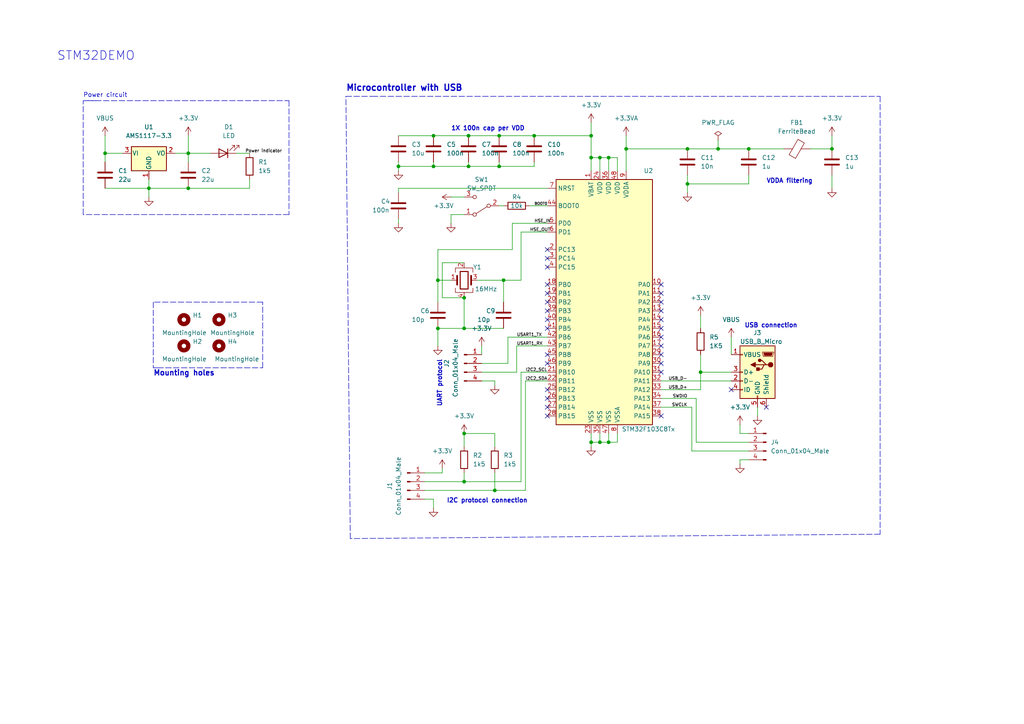
<source format=kicad_sch>
(kicad_sch (version 20211123) (generator eeschema)

  (uuid cc9c1e2d-f72d-4c0b-b8d4-61bec57d39f8)

  (paper "A4")

  (title_block
    (title "STM32_DEMO")
    (date "2023-04-23")
    (rev "v1")
    (comment 1 "Author :  LIpson")
  )

  (lib_symbols
    (symbol "Connector:Conn_01x04_Male" (pin_names (offset 1.016) hide) (in_bom yes) (on_board yes)
      (property "Reference" "J" (id 0) (at 0 5.08 0)
        (effects (font (size 1.27 1.27)))
      )
      (property "Value" "Conn_01x04_Male" (id 1) (at 0 -7.62 0)
        (effects (font (size 1.27 1.27)))
      )
      (property "Footprint" "" (id 2) (at 0 0 0)
        (effects (font (size 1.27 1.27)) hide)
      )
      (property "Datasheet" "~" (id 3) (at 0 0 0)
        (effects (font (size 1.27 1.27)) hide)
      )
      (property "ki_keywords" "connector" (id 4) (at 0 0 0)
        (effects (font (size 1.27 1.27)) hide)
      )
      (property "ki_description" "Generic connector, single row, 01x04, script generated (kicad-library-utils/schlib/autogen/connector/)" (id 5) (at 0 0 0)
        (effects (font (size 1.27 1.27)) hide)
      )
      (property "ki_fp_filters" "Connector*:*_1x??_*" (id 6) (at 0 0 0)
        (effects (font (size 1.27 1.27)) hide)
      )
      (symbol "Conn_01x04_Male_1_1"
        (polyline
          (pts
            (xy 1.27 -5.08)
            (xy 0.8636 -5.08)
          )
          (stroke (width 0.1524) (type default) (color 0 0 0 0))
          (fill (type none))
        )
        (polyline
          (pts
            (xy 1.27 -2.54)
            (xy 0.8636 -2.54)
          )
          (stroke (width 0.1524) (type default) (color 0 0 0 0))
          (fill (type none))
        )
        (polyline
          (pts
            (xy 1.27 0)
            (xy 0.8636 0)
          )
          (stroke (width 0.1524) (type default) (color 0 0 0 0))
          (fill (type none))
        )
        (polyline
          (pts
            (xy 1.27 2.54)
            (xy 0.8636 2.54)
          )
          (stroke (width 0.1524) (type default) (color 0 0 0 0))
          (fill (type none))
        )
        (rectangle (start 0.8636 -4.953) (end 0 -5.207)
          (stroke (width 0.1524) (type default) (color 0 0 0 0))
          (fill (type outline))
        )
        (rectangle (start 0.8636 -2.413) (end 0 -2.667)
          (stroke (width 0.1524) (type default) (color 0 0 0 0))
          (fill (type outline))
        )
        (rectangle (start 0.8636 0.127) (end 0 -0.127)
          (stroke (width 0.1524) (type default) (color 0 0 0 0))
          (fill (type outline))
        )
        (rectangle (start 0.8636 2.667) (end 0 2.413)
          (stroke (width 0.1524) (type default) (color 0 0 0 0))
          (fill (type outline))
        )
        (pin passive line (at 5.08 2.54 180) (length 3.81)
          (name "Pin_1" (effects (font (size 1.27 1.27))))
          (number "1" (effects (font (size 1.27 1.27))))
        )
        (pin passive line (at 5.08 0 180) (length 3.81)
          (name "Pin_2" (effects (font (size 1.27 1.27))))
          (number "2" (effects (font (size 1.27 1.27))))
        )
        (pin passive line (at 5.08 -2.54 180) (length 3.81)
          (name "Pin_3" (effects (font (size 1.27 1.27))))
          (number "3" (effects (font (size 1.27 1.27))))
        )
        (pin passive line (at 5.08 -5.08 180) (length 3.81)
          (name "Pin_4" (effects (font (size 1.27 1.27))))
          (number "4" (effects (font (size 1.27 1.27))))
        )
      )
    )
    (symbol "Connector:USB_B_Micro" (pin_names (offset 1.016)) (in_bom yes) (on_board yes)
      (property "Reference" "J" (id 0) (at -5.08 11.43 0)
        (effects (font (size 1.27 1.27)) (justify left))
      )
      (property "Value" "USB_B_Micro" (id 1) (at -5.08 8.89 0)
        (effects (font (size 1.27 1.27)) (justify left))
      )
      (property "Footprint" "" (id 2) (at 3.81 -1.27 0)
        (effects (font (size 1.27 1.27)) hide)
      )
      (property "Datasheet" "~" (id 3) (at 3.81 -1.27 0)
        (effects (font (size 1.27 1.27)) hide)
      )
      (property "ki_keywords" "connector USB micro" (id 4) (at 0 0 0)
        (effects (font (size 1.27 1.27)) hide)
      )
      (property "ki_description" "USB Micro Type B connector" (id 5) (at 0 0 0)
        (effects (font (size 1.27 1.27)) hide)
      )
      (property "ki_fp_filters" "USB*" (id 6) (at 0 0 0)
        (effects (font (size 1.27 1.27)) hide)
      )
      (symbol "USB_B_Micro_0_1"
        (rectangle (start -5.08 -7.62) (end 5.08 7.62)
          (stroke (width 0.254) (type default) (color 0 0 0 0))
          (fill (type background))
        )
        (circle (center -3.81 2.159) (radius 0.635)
          (stroke (width 0.254) (type default) (color 0 0 0 0))
          (fill (type outline))
        )
        (circle (center -0.635 3.429) (radius 0.381)
          (stroke (width 0.254) (type default) (color 0 0 0 0))
          (fill (type outline))
        )
        (rectangle (start -0.127 -7.62) (end 0.127 -6.858)
          (stroke (width 0) (type default) (color 0 0 0 0))
          (fill (type none))
        )
        (polyline
          (pts
            (xy -1.905 2.159)
            (xy 0.635 2.159)
          )
          (stroke (width 0.254) (type default) (color 0 0 0 0))
          (fill (type none))
        )
        (polyline
          (pts
            (xy -3.175 2.159)
            (xy -2.54 2.159)
            (xy -1.27 3.429)
            (xy -0.635 3.429)
          )
          (stroke (width 0.254) (type default) (color 0 0 0 0))
          (fill (type none))
        )
        (polyline
          (pts
            (xy -2.54 2.159)
            (xy -1.905 2.159)
            (xy -1.27 0.889)
            (xy 0 0.889)
          )
          (stroke (width 0.254) (type default) (color 0 0 0 0))
          (fill (type none))
        )
        (polyline
          (pts
            (xy 0.635 2.794)
            (xy 0.635 1.524)
            (xy 1.905 2.159)
            (xy 0.635 2.794)
          )
          (stroke (width 0.254) (type default) (color 0 0 0 0))
          (fill (type outline))
        )
        (polyline
          (pts
            (xy -4.318 5.588)
            (xy -1.778 5.588)
            (xy -2.032 4.826)
            (xy -4.064 4.826)
            (xy -4.318 5.588)
          )
          (stroke (width 0) (type default) (color 0 0 0 0))
          (fill (type outline))
        )
        (polyline
          (pts
            (xy -4.699 5.842)
            (xy -4.699 5.588)
            (xy -4.445 4.826)
            (xy -4.445 4.572)
            (xy -1.651 4.572)
            (xy -1.651 4.826)
            (xy -1.397 5.588)
            (xy -1.397 5.842)
            (xy -4.699 5.842)
          )
          (stroke (width 0) (type default) (color 0 0 0 0))
          (fill (type none))
        )
        (rectangle (start 0.254 1.27) (end -0.508 0.508)
          (stroke (width 0.254) (type default) (color 0 0 0 0))
          (fill (type outline))
        )
        (rectangle (start 5.08 -5.207) (end 4.318 -4.953)
          (stroke (width 0) (type default) (color 0 0 0 0))
          (fill (type none))
        )
        (rectangle (start 5.08 -2.667) (end 4.318 -2.413)
          (stroke (width 0) (type default) (color 0 0 0 0))
          (fill (type none))
        )
        (rectangle (start 5.08 -0.127) (end 4.318 0.127)
          (stroke (width 0) (type default) (color 0 0 0 0))
          (fill (type none))
        )
        (rectangle (start 5.08 4.953) (end 4.318 5.207)
          (stroke (width 0) (type default) (color 0 0 0 0))
          (fill (type none))
        )
      )
      (symbol "USB_B_Micro_1_1"
        (pin power_out line (at 7.62 5.08 180) (length 2.54)
          (name "VBUS" (effects (font (size 1.27 1.27))))
          (number "1" (effects (font (size 1.27 1.27))))
        )
        (pin bidirectional line (at 7.62 -2.54 180) (length 2.54)
          (name "D-" (effects (font (size 1.27 1.27))))
          (number "2" (effects (font (size 1.27 1.27))))
        )
        (pin bidirectional line (at 7.62 0 180) (length 2.54)
          (name "D+" (effects (font (size 1.27 1.27))))
          (number "3" (effects (font (size 1.27 1.27))))
        )
        (pin passive line (at 7.62 -5.08 180) (length 2.54)
          (name "ID" (effects (font (size 1.27 1.27))))
          (number "4" (effects (font (size 1.27 1.27))))
        )
        (pin power_out line (at 0 -10.16 90) (length 2.54)
          (name "GND" (effects (font (size 1.27 1.27))))
          (number "5" (effects (font (size 1.27 1.27))))
        )
        (pin passive line (at -2.54 -10.16 90) (length 2.54)
          (name "Shield" (effects (font (size 1.27 1.27))))
          (number "6" (effects (font (size 1.27 1.27))))
        )
      )
    )
    (symbol "Device:C" (pin_numbers hide) (pin_names (offset 0.254)) (in_bom yes) (on_board yes)
      (property "Reference" "C" (id 0) (at 0.635 2.54 0)
        (effects (font (size 1.27 1.27)) (justify left))
      )
      (property "Value" "C" (id 1) (at 0.635 -2.54 0)
        (effects (font (size 1.27 1.27)) (justify left))
      )
      (property "Footprint" "" (id 2) (at 0.9652 -3.81 0)
        (effects (font (size 1.27 1.27)) hide)
      )
      (property "Datasheet" "~" (id 3) (at 0 0 0)
        (effects (font (size 1.27 1.27)) hide)
      )
      (property "ki_keywords" "cap capacitor" (id 4) (at 0 0 0)
        (effects (font (size 1.27 1.27)) hide)
      )
      (property "ki_description" "Unpolarized capacitor" (id 5) (at 0 0 0)
        (effects (font (size 1.27 1.27)) hide)
      )
      (property "ki_fp_filters" "C_*" (id 6) (at 0 0 0)
        (effects (font (size 1.27 1.27)) hide)
      )
      (symbol "C_0_1"
        (polyline
          (pts
            (xy -2.032 -0.762)
            (xy 2.032 -0.762)
          )
          (stroke (width 0.508) (type default) (color 0 0 0 0))
          (fill (type none))
        )
        (polyline
          (pts
            (xy -2.032 0.762)
            (xy 2.032 0.762)
          )
          (stroke (width 0.508) (type default) (color 0 0 0 0))
          (fill (type none))
        )
      )
      (symbol "C_1_1"
        (pin passive line (at 0 3.81 270) (length 2.794)
          (name "~" (effects (font (size 1.27 1.27))))
          (number "1" (effects (font (size 1.27 1.27))))
        )
        (pin passive line (at 0 -3.81 90) (length 2.794)
          (name "~" (effects (font (size 1.27 1.27))))
          (number "2" (effects (font (size 1.27 1.27))))
        )
      )
    )
    (symbol "Device:Crystal_GND24" (pin_names (offset 1.016) hide) (in_bom yes) (on_board yes)
      (property "Reference" "Y" (id 0) (at 3.175 5.08 0)
        (effects (font (size 1.27 1.27)) (justify left))
      )
      (property "Value" "Crystal_GND24" (id 1) (at 3.175 3.175 0)
        (effects (font (size 1.27 1.27)) (justify left))
      )
      (property "Footprint" "" (id 2) (at 0 0 0)
        (effects (font (size 1.27 1.27)) hide)
      )
      (property "Datasheet" "~" (id 3) (at 0 0 0)
        (effects (font (size 1.27 1.27)) hide)
      )
      (property "ki_keywords" "quartz ceramic resonator oscillator" (id 4) (at 0 0 0)
        (effects (font (size 1.27 1.27)) hide)
      )
      (property "ki_description" "Four pin crystal, GND on pins 2 and 4" (id 5) (at 0 0 0)
        (effects (font (size 1.27 1.27)) hide)
      )
      (property "ki_fp_filters" "Crystal*" (id 6) (at 0 0 0)
        (effects (font (size 1.27 1.27)) hide)
      )
      (symbol "Crystal_GND24_0_1"
        (rectangle (start -1.143 2.54) (end 1.143 -2.54)
          (stroke (width 0.3048) (type default) (color 0 0 0 0))
          (fill (type none))
        )
        (polyline
          (pts
            (xy -2.54 0)
            (xy -2.032 0)
          )
          (stroke (width 0) (type default) (color 0 0 0 0))
          (fill (type none))
        )
        (polyline
          (pts
            (xy -2.032 -1.27)
            (xy -2.032 1.27)
          )
          (stroke (width 0.508) (type default) (color 0 0 0 0))
          (fill (type none))
        )
        (polyline
          (pts
            (xy 0 -3.81)
            (xy 0 -3.556)
          )
          (stroke (width 0) (type default) (color 0 0 0 0))
          (fill (type none))
        )
        (polyline
          (pts
            (xy 0 3.556)
            (xy 0 3.81)
          )
          (stroke (width 0) (type default) (color 0 0 0 0))
          (fill (type none))
        )
        (polyline
          (pts
            (xy 2.032 -1.27)
            (xy 2.032 1.27)
          )
          (stroke (width 0.508) (type default) (color 0 0 0 0))
          (fill (type none))
        )
        (polyline
          (pts
            (xy 2.032 0)
            (xy 2.54 0)
          )
          (stroke (width 0) (type default) (color 0 0 0 0))
          (fill (type none))
        )
        (polyline
          (pts
            (xy -2.54 -2.286)
            (xy -2.54 -3.556)
            (xy 2.54 -3.556)
            (xy 2.54 -2.286)
          )
          (stroke (width 0) (type default) (color 0 0 0 0))
          (fill (type none))
        )
        (polyline
          (pts
            (xy -2.54 2.286)
            (xy -2.54 3.556)
            (xy 2.54 3.556)
            (xy 2.54 2.286)
          )
          (stroke (width 0) (type default) (color 0 0 0 0))
          (fill (type none))
        )
      )
      (symbol "Crystal_GND24_1_1"
        (pin passive line (at -3.81 0 0) (length 1.27)
          (name "1" (effects (font (size 1.27 1.27))))
          (number "1" (effects (font (size 1.27 1.27))))
        )
        (pin passive line (at 0 5.08 270) (length 1.27)
          (name "2" (effects (font (size 1.27 1.27))))
          (number "2" (effects (font (size 1.27 1.27))))
        )
        (pin passive line (at 3.81 0 180) (length 1.27)
          (name "3" (effects (font (size 1.27 1.27))))
          (number "3" (effects (font (size 1.27 1.27))))
        )
        (pin passive line (at 0 -5.08 90) (length 1.27)
          (name "4" (effects (font (size 1.27 1.27))))
          (number "4" (effects (font (size 1.27 1.27))))
        )
      )
    )
    (symbol "Device:FerriteBead" (pin_numbers hide) (pin_names (offset 0)) (in_bom yes) (on_board yes)
      (property "Reference" "FB" (id 0) (at -3.81 0.635 90)
        (effects (font (size 1.27 1.27)))
      )
      (property "Value" "FerriteBead" (id 1) (at 3.81 0 90)
        (effects (font (size 1.27 1.27)))
      )
      (property "Footprint" "" (id 2) (at -1.778 0 90)
        (effects (font (size 1.27 1.27)) hide)
      )
      (property "Datasheet" "~" (id 3) (at 0 0 0)
        (effects (font (size 1.27 1.27)) hide)
      )
      (property "ki_keywords" "L ferrite bead inductor filter" (id 4) (at 0 0 0)
        (effects (font (size 1.27 1.27)) hide)
      )
      (property "ki_description" "Ferrite bead" (id 5) (at 0 0 0)
        (effects (font (size 1.27 1.27)) hide)
      )
      (property "ki_fp_filters" "Inductor_* L_* *Ferrite*" (id 6) (at 0 0 0)
        (effects (font (size 1.27 1.27)) hide)
      )
      (symbol "FerriteBead_0_1"
        (polyline
          (pts
            (xy 0 -1.27)
            (xy 0 -1.2192)
          )
          (stroke (width 0) (type default) (color 0 0 0 0))
          (fill (type none))
        )
        (polyline
          (pts
            (xy 0 1.27)
            (xy 0 1.2954)
          )
          (stroke (width 0) (type default) (color 0 0 0 0))
          (fill (type none))
        )
        (polyline
          (pts
            (xy -2.7686 0.4064)
            (xy -1.7018 2.2606)
            (xy 2.7686 -0.3048)
            (xy 1.6764 -2.159)
            (xy -2.7686 0.4064)
          )
          (stroke (width 0) (type default) (color 0 0 0 0))
          (fill (type none))
        )
      )
      (symbol "FerriteBead_1_1"
        (pin passive line (at 0 3.81 270) (length 2.54)
          (name "~" (effects (font (size 1.27 1.27))))
          (number "1" (effects (font (size 1.27 1.27))))
        )
        (pin passive line (at 0 -3.81 90) (length 2.54)
          (name "~" (effects (font (size 1.27 1.27))))
          (number "2" (effects (font (size 1.27 1.27))))
        )
      )
    )
    (symbol "Device:LED" (pin_numbers hide) (pin_names (offset 1.016) hide) (in_bom yes) (on_board yes)
      (property "Reference" "D" (id 0) (at 0 2.54 0)
        (effects (font (size 1.27 1.27)))
      )
      (property "Value" "LED" (id 1) (at 0 -2.54 0)
        (effects (font (size 1.27 1.27)))
      )
      (property "Footprint" "" (id 2) (at 0 0 0)
        (effects (font (size 1.27 1.27)) hide)
      )
      (property "Datasheet" "~" (id 3) (at 0 0 0)
        (effects (font (size 1.27 1.27)) hide)
      )
      (property "ki_keywords" "LED diode" (id 4) (at 0 0 0)
        (effects (font (size 1.27 1.27)) hide)
      )
      (property "ki_description" "Light emitting diode" (id 5) (at 0 0 0)
        (effects (font (size 1.27 1.27)) hide)
      )
      (property "ki_fp_filters" "LED* LED_SMD:* LED_THT:*" (id 6) (at 0 0 0)
        (effects (font (size 1.27 1.27)) hide)
      )
      (symbol "LED_0_1"
        (polyline
          (pts
            (xy -1.27 -1.27)
            (xy -1.27 1.27)
          )
          (stroke (width 0.254) (type default) (color 0 0 0 0))
          (fill (type none))
        )
        (polyline
          (pts
            (xy -1.27 0)
            (xy 1.27 0)
          )
          (stroke (width 0) (type default) (color 0 0 0 0))
          (fill (type none))
        )
        (polyline
          (pts
            (xy 1.27 -1.27)
            (xy 1.27 1.27)
            (xy -1.27 0)
            (xy 1.27 -1.27)
          )
          (stroke (width 0.254) (type default) (color 0 0 0 0))
          (fill (type none))
        )
        (polyline
          (pts
            (xy -3.048 -0.762)
            (xy -4.572 -2.286)
            (xy -3.81 -2.286)
            (xy -4.572 -2.286)
            (xy -4.572 -1.524)
          )
          (stroke (width 0) (type default) (color 0 0 0 0))
          (fill (type none))
        )
        (polyline
          (pts
            (xy -1.778 -0.762)
            (xy -3.302 -2.286)
            (xy -2.54 -2.286)
            (xy -3.302 -2.286)
            (xy -3.302 -1.524)
          )
          (stroke (width 0) (type default) (color 0 0 0 0))
          (fill (type none))
        )
      )
      (symbol "LED_1_1"
        (pin passive line (at -3.81 0 0) (length 2.54)
          (name "K" (effects (font (size 1.27 1.27))))
          (number "1" (effects (font (size 1.27 1.27))))
        )
        (pin passive line (at 3.81 0 180) (length 2.54)
          (name "A" (effects (font (size 1.27 1.27))))
          (number "2" (effects (font (size 1.27 1.27))))
        )
      )
    )
    (symbol "Device:R" (pin_numbers hide) (pin_names (offset 0)) (in_bom yes) (on_board yes)
      (property "Reference" "R" (id 0) (at 2.032 0 90)
        (effects (font (size 1.27 1.27)))
      )
      (property "Value" "R" (id 1) (at 0 0 90)
        (effects (font (size 1.27 1.27)))
      )
      (property "Footprint" "" (id 2) (at -1.778 0 90)
        (effects (font (size 1.27 1.27)) hide)
      )
      (property "Datasheet" "~" (id 3) (at 0 0 0)
        (effects (font (size 1.27 1.27)) hide)
      )
      (property "ki_keywords" "R res resistor" (id 4) (at 0 0 0)
        (effects (font (size 1.27 1.27)) hide)
      )
      (property "ki_description" "Resistor" (id 5) (at 0 0 0)
        (effects (font (size 1.27 1.27)) hide)
      )
      (property "ki_fp_filters" "R_*" (id 6) (at 0 0 0)
        (effects (font (size 1.27 1.27)) hide)
      )
      (symbol "R_0_1"
        (rectangle (start -1.016 -2.54) (end 1.016 2.54)
          (stroke (width 0.254) (type default) (color 0 0 0 0))
          (fill (type none))
        )
      )
      (symbol "R_1_1"
        (pin passive line (at 0 3.81 270) (length 1.27)
          (name "~" (effects (font (size 1.27 1.27))))
          (number "1" (effects (font (size 1.27 1.27))))
        )
        (pin passive line (at 0 -3.81 90) (length 1.27)
          (name "~" (effects (font (size 1.27 1.27))))
          (number "2" (effects (font (size 1.27 1.27))))
        )
      )
    )
    (symbol "MCU_ST_STM32F1:STM32F103C8Tx" (in_bom yes) (on_board yes)
      (property "Reference" "U" (id 0) (at -15.24 36.83 0)
        (effects (font (size 1.27 1.27)) (justify left))
      )
      (property "Value" "STM32F103C8Tx" (id 1) (at 7.62 36.83 0)
        (effects (font (size 1.27 1.27)) (justify left))
      )
      (property "Footprint" "Package_QFP:LQFP-48_7x7mm_P0.5mm" (id 2) (at -15.24 -35.56 0)
        (effects (font (size 1.27 1.27)) (justify right) hide)
      )
      (property "Datasheet" "http://www.st.com/st-web-ui/static/active/en/resource/technical/document/datasheet/CD00161566.pdf" (id 3) (at 0 0 0)
        (effects (font (size 1.27 1.27)) hide)
      )
      (property "ki_keywords" "ARM Cortex-M3 STM32F1 STM32F103" (id 4) (at 0 0 0)
        (effects (font (size 1.27 1.27)) hide)
      )
      (property "ki_description" "ARM Cortex-M3 MCU, 64KB flash, 20KB RAM, 72MHz, 2-3.6V, 37 GPIO, LQFP-48" (id 5) (at 0 0 0)
        (effects (font (size 1.27 1.27)) hide)
      )
      (property "ki_fp_filters" "LQFP*7x7mm*P0.5mm*" (id 6) (at 0 0 0)
        (effects (font (size 1.27 1.27)) hide)
      )
      (symbol "STM32F103C8Tx_0_1"
        (rectangle (start -15.24 -35.56) (end 12.7 35.56)
          (stroke (width 0.254) (type default) (color 0 0 0 0))
          (fill (type background))
        )
      )
      (symbol "STM32F103C8Tx_1_1"
        (pin power_in line (at -5.08 38.1 270) (length 2.54)
          (name "VBAT" (effects (font (size 1.27 1.27))))
          (number "1" (effects (font (size 1.27 1.27))))
        )
        (pin bidirectional line (at 15.24 5.08 180) (length 2.54)
          (name "PA0" (effects (font (size 1.27 1.27))))
          (number "10" (effects (font (size 1.27 1.27))))
        )
        (pin bidirectional line (at 15.24 2.54 180) (length 2.54)
          (name "PA1" (effects (font (size 1.27 1.27))))
          (number "11" (effects (font (size 1.27 1.27))))
        )
        (pin bidirectional line (at 15.24 0 180) (length 2.54)
          (name "PA2" (effects (font (size 1.27 1.27))))
          (number "12" (effects (font (size 1.27 1.27))))
        )
        (pin bidirectional line (at 15.24 -2.54 180) (length 2.54)
          (name "PA3" (effects (font (size 1.27 1.27))))
          (number "13" (effects (font (size 1.27 1.27))))
        )
        (pin bidirectional line (at 15.24 -5.08 180) (length 2.54)
          (name "PA4" (effects (font (size 1.27 1.27))))
          (number "14" (effects (font (size 1.27 1.27))))
        )
        (pin bidirectional line (at 15.24 -7.62 180) (length 2.54)
          (name "PA5" (effects (font (size 1.27 1.27))))
          (number "15" (effects (font (size 1.27 1.27))))
        )
        (pin bidirectional line (at 15.24 -10.16 180) (length 2.54)
          (name "PA6" (effects (font (size 1.27 1.27))))
          (number "16" (effects (font (size 1.27 1.27))))
        )
        (pin bidirectional line (at 15.24 -12.7 180) (length 2.54)
          (name "PA7" (effects (font (size 1.27 1.27))))
          (number "17" (effects (font (size 1.27 1.27))))
        )
        (pin bidirectional line (at -17.78 5.08 0) (length 2.54)
          (name "PB0" (effects (font (size 1.27 1.27))))
          (number "18" (effects (font (size 1.27 1.27))))
        )
        (pin bidirectional line (at -17.78 2.54 0) (length 2.54)
          (name "PB1" (effects (font (size 1.27 1.27))))
          (number "19" (effects (font (size 1.27 1.27))))
        )
        (pin bidirectional line (at -17.78 15.24 0) (length 2.54)
          (name "PC13" (effects (font (size 1.27 1.27))))
          (number "2" (effects (font (size 1.27 1.27))))
        )
        (pin bidirectional line (at -17.78 0 0) (length 2.54)
          (name "PB2" (effects (font (size 1.27 1.27))))
          (number "20" (effects (font (size 1.27 1.27))))
        )
        (pin bidirectional line (at -17.78 -20.32 0) (length 2.54)
          (name "PB10" (effects (font (size 1.27 1.27))))
          (number "21" (effects (font (size 1.27 1.27))))
        )
        (pin bidirectional line (at -17.78 -22.86 0) (length 2.54)
          (name "PB11" (effects (font (size 1.27 1.27))))
          (number "22" (effects (font (size 1.27 1.27))))
        )
        (pin power_in line (at -5.08 -38.1 90) (length 2.54)
          (name "VSS" (effects (font (size 1.27 1.27))))
          (number "23" (effects (font (size 1.27 1.27))))
        )
        (pin power_in line (at -2.54 38.1 270) (length 2.54)
          (name "VDD" (effects (font (size 1.27 1.27))))
          (number "24" (effects (font (size 1.27 1.27))))
        )
        (pin bidirectional line (at -17.78 -25.4 0) (length 2.54)
          (name "PB12" (effects (font (size 1.27 1.27))))
          (number "25" (effects (font (size 1.27 1.27))))
        )
        (pin bidirectional line (at -17.78 -27.94 0) (length 2.54)
          (name "PB13" (effects (font (size 1.27 1.27))))
          (number "26" (effects (font (size 1.27 1.27))))
        )
        (pin bidirectional line (at -17.78 -30.48 0) (length 2.54)
          (name "PB14" (effects (font (size 1.27 1.27))))
          (number "27" (effects (font (size 1.27 1.27))))
        )
        (pin bidirectional line (at -17.78 -33.02 0) (length 2.54)
          (name "PB15" (effects (font (size 1.27 1.27))))
          (number "28" (effects (font (size 1.27 1.27))))
        )
        (pin bidirectional line (at 15.24 -15.24 180) (length 2.54)
          (name "PA8" (effects (font (size 1.27 1.27))))
          (number "29" (effects (font (size 1.27 1.27))))
        )
        (pin bidirectional line (at -17.78 12.7 0) (length 2.54)
          (name "PC14" (effects (font (size 1.27 1.27))))
          (number "3" (effects (font (size 1.27 1.27))))
        )
        (pin bidirectional line (at 15.24 -17.78 180) (length 2.54)
          (name "PA9" (effects (font (size 1.27 1.27))))
          (number "30" (effects (font (size 1.27 1.27))))
        )
        (pin bidirectional line (at 15.24 -20.32 180) (length 2.54)
          (name "PA10" (effects (font (size 1.27 1.27))))
          (number "31" (effects (font (size 1.27 1.27))))
        )
        (pin bidirectional line (at 15.24 -22.86 180) (length 2.54)
          (name "PA11" (effects (font (size 1.27 1.27))))
          (number "32" (effects (font (size 1.27 1.27))))
        )
        (pin bidirectional line (at 15.24 -25.4 180) (length 2.54)
          (name "PA12" (effects (font (size 1.27 1.27))))
          (number "33" (effects (font (size 1.27 1.27))))
        )
        (pin bidirectional line (at 15.24 -27.94 180) (length 2.54)
          (name "PA13" (effects (font (size 1.27 1.27))))
          (number "34" (effects (font (size 1.27 1.27))))
        )
        (pin power_in line (at -2.54 -38.1 90) (length 2.54)
          (name "VSS" (effects (font (size 1.27 1.27))))
          (number "35" (effects (font (size 1.27 1.27))))
        )
        (pin power_in line (at 0 38.1 270) (length 2.54)
          (name "VDD" (effects (font (size 1.27 1.27))))
          (number "36" (effects (font (size 1.27 1.27))))
        )
        (pin bidirectional line (at 15.24 -30.48 180) (length 2.54)
          (name "PA14" (effects (font (size 1.27 1.27))))
          (number "37" (effects (font (size 1.27 1.27))))
        )
        (pin bidirectional line (at 15.24 -33.02 180) (length 2.54)
          (name "PA15" (effects (font (size 1.27 1.27))))
          (number "38" (effects (font (size 1.27 1.27))))
        )
        (pin bidirectional line (at -17.78 -2.54 0) (length 2.54)
          (name "PB3" (effects (font (size 1.27 1.27))))
          (number "39" (effects (font (size 1.27 1.27))))
        )
        (pin bidirectional line (at -17.78 10.16 0) (length 2.54)
          (name "PC15" (effects (font (size 1.27 1.27))))
          (number "4" (effects (font (size 1.27 1.27))))
        )
        (pin bidirectional line (at -17.78 -5.08 0) (length 2.54)
          (name "PB4" (effects (font (size 1.27 1.27))))
          (number "40" (effects (font (size 1.27 1.27))))
        )
        (pin bidirectional line (at -17.78 -7.62 0) (length 2.54)
          (name "PB5" (effects (font (size 1.27 1.27))))
          (number "41" (effects (font (size 1.27 1.27))))
        )
        (pin bidirectional line (at -17.78 -10.16 0) (length 2.54)
          (name "PB6" (effects (font (size 1.27 1.27))))
          (number "42" (effects (font (size 1.27 1.27))))
        )
        (pin bidirectional line (at -17.78 -12.7 0) (length 2.54)
          (name "PB7" (effects (font (size 1.27 1.27))))
          (number "43" (effects (font (size 1.27 1.27))))
        )
        (pin input line (at -17.78 27.94 0) (length 2.54)
          (name "BOOT0" (effects (font (size 1.27 1.27))))
          (number "44" (effects (font (size 1.27 1.27))))
        )
        (pin bidirectional line (at -17.78 -15.24 0) (length 2.54)
          (name "PB8" (effects (font (size 1.27 1.27))))
          (number "45" (effects (font (size 1.27 1.27))))
        )
        (pin bidirectional line (at -17.78 -17.78 0) (length 2.54)
          (name "PB9" (effects (font (size 1.27 1.27))))
          (number "46" (effects (font (size 1.27 1.27))))
        )
        (pin power_in line (at 0 -38.1 90) (length 2.54)
          (name "VSS" (effects (font (size 1.27 1.27))))
          (number "47" (effects (font (size 1.27 1.27))))
        )
        (pin power_in line (at 2.54 38.1 270) (length 2.54)
          (name "VDD" (effects (font (size 1.27 1.27))))
          (number "48" (effects (font (size 1.27 1.27))))
        )
        (pin input line (at -17.78 22.86 0) (length 2.54)
          (name "PD0" (effects (font (size 1.27 1.27))))
          (number "5" (effects (font (size 1.27 1.27))))
        )
        (pin input line (at -17.78 20.32 0) (length 2.54)
          (name "PD1" (effects (font (size 1.27 1.27))))
          (number "6" (effects (font (size 1.27 1.27))))
        )
        (pin input line (at -17.78 33.02 0) (length 2.54)
          (name "NRST" (effects (font (size 1.27 1.27))))
          (number "7" (effects (font (size 1.27 1.27))))
        )
        (pin power_in line (at 2.54 -38.1 90) (length 2.54)
          (name "VSSA" (effects (font (size 1.27 1.27))))
          (number "8" (effects (font (size 1.27 1.27))))
        )
        (pin power_in line (at 5.08 38.1 270) (length 2.54)
          (name "VDDA" (effects (font (size 1.27 1.27))))
          (number "9" (effects (font (size 1.27 1.27))))
        )
      )
    )
    (symbol "Mechanical:MountingHole" (pin_names (offset 1.016)) (in_bom yes) (on_board yes)
      (property "Reference" "H" (id 0) (at 0 5.08 0)
        (effects (font (size 1.27 1.27)))
      )
      (property "Value" "MountingHole" (id 1) (at 0 3.175 0)
        (effects (font (size 1.27 1.27)))
      )
      (property "Footprint" "" (id 2) (at 0 0 0)
        (effects (font (size 1.27 1.27)) hide)
      )
      (property "Datasheet" "~" (id 3) (at 0 0 0)
        (effects (font (size 1.27 1.27)) hide)
      )
      (property "ki_keywords" "mounting hole" (id 4) (at 0 0 0)
        (effects (font (size 1.27 1.27)) hide)
      )
      (property "ki_description" "Mounting Hole without connection" (id 5) (at 0 0 0)
        (effects (font (size 1.27 1.27)) hide)
      )
      (property "ki_fp_filters" "MountingHole*" (id 6) (at 0 0 0)
        (effects (font (size 1.27 1.27)) hide)
      )
      (symbol "MountingHole_0_1"
        (circle (center 0 0) (radius 1.27)
          (stroke (width 1.27) (type default) (color 0 0 0 0))
          (fill (type none))
        )
      )
    )
    (symbol "Regulator_Linear:AMS1117-3.3" (pin_names (offset 0.254)) (in_bom yes) (on_board yes)
      (property "Reference" "U" (id 0) (at -3.81 3.175 0)
        (effects (font (size 1.27 1.27)))
      )
      (property "Value" "AMS1117-3.3" (id 1) (at 0 3.175 0)
        (effects (font (size 1.27 1.27)) (justify left))
      )
      (property "Footprint" "Package_TO_SOT_SMD:SOT-223-3_TabPin2" (id 2) (at 0 5.08 0)
        (effects (font (size 1.27 1.27)) hide)
      )
      (property "Datasheet" "http://www.advanced-monolithic.com/pdf/ds1117.pdf" (id 3) (at 2.54 -6.35 0)
        (effects (font (size 1.27 1.27)) hide)
      )
      (property "ki_keywords" "linear regulator ldo fixed positive" (id 4) (at 0 0 0)
        (effects (font (size 1.27 1.27)) hide)
      )
      (property "ki_description" "1A Low Dropout regulator, positive, 3.3V fixed output, SOT-223" (id 5) (at 0 0 0)
        (effects (font (size 1.27 1.27)) hide)
      )
      (property "ki_fp_filters" "SOT?223*TabPin2*" (id 6) (at 0 0 0)
        (effects (font (size 1.27 1.27)) hide)
      )
      (symbol "AMS1117-3.3_0_1"
        (rectangle (start -5.08 -5.08) (end 5.08 1.905)
          (stroke (width 0.254) (type default) (color 0 0 0 0))
          (fill (type background))
        )
      )
      (symbol "AMS1117-3.3_1_1"
        (pin power_in line (at 0 -7.62 90) (length 2.54)
          (name "GND" (effects (font (size 1.27 1.27))))
          (number "1" (effects (font (size 1.27 1.27))))
        )
        (pin power_out line (at 7.62 0 180) (length 2.54)
          (name "VO" (effects (font (size 1.27 1.27))))
          (number "2" (effects (font (size 1.27 1.27))))
        )
        (pin power_in line (at -7.62 0 0) (length 2.54)
          (name "VI" (effects (font (size 1.27 1.27))))
          (number "3" (effects (font (size 1.27 1.27))))
        )
      )
    )
    (symbol "Switch:SW_SPDT" (pin_names (offset 0) hide) (in_bom yes) (on_board yes)
      (property "Reference" "SW" (id 0) (at 0 4.318 0)
        (effects (font (size 1.27 1.27)))
      )
      (property "Value" "SW_SPDT" (id 1) (at 0 -5.08 0)
        (effects (font (size 1.27 1.27)))
      )
      (property "Footprint" "" (id 2) (at 0 0 0)
        (effects (font (size 1.27 1.27)) hide)
      )
      (property "Datasheet" "~" (id 3) (at 0 0 0)
        (effects (font (size 1.27 1.27)) hide)
      )
      (property "ki_keywords" "switch single-pole double-throw spdt ON-ON" (id 4) (at 0 0 0)
        (effects (font (size 1.27 1.27)) hide)
      )
      (property "ki_description" "Switch, single pole double throw" (id 5) (at 0 0 0)
        (effects (font (size 1.27 1.27)) hide)
      )
      (symbol "SW_SPDT_0_0"
        (circle (center -2.032 0) (radius 0.508)
          (stroke (width 0) (type default) (color 0 0 0 0))
          (fill (type none))
        )
        (circle (center 2.032 -2.54) (radius 0.508)
          (stroke (width 0) (type default) (color 0 0 0 0))
          (fill (type none))
        )
      )
      (symbol "SW_SPDT_0_1"
        (polyline
          (pts
            (xy -1.524 0.254)
            (xy 1.651 2.286)
          )
          (stroke (width 0) (type default) (color 0 0 0 0))
          (fill (type none))
        )
        (circle (center 2.032 2.54) (radius 0.508)
          (stroke (width 0) (type default) (color 0 0 0 0))
          (fill (type none))
        )
      )
      (symbol "SW_SPDT_1_1"
        (pin passive line (at 5.08 2.54 180) (length 2.54)
          (name "A" (effects (font (size 1.27 1.27))))
          (number "1" (effects (font (size 1.27 1.27))))
        )
        (pin passive line (at -5.08 0 0) (length 2.54)
          (name "B" (effects (font (size 1.27 1.27))))
          (number "2" (effects (font (size 1.27 1.27))))
        )
        (pin passive line (at 5.08 -2.54 180) (length 2.54)
          (name "C" (effects (font (size 1.27 1.27))))
          (number "3" (effects (font (size 1.27 1.27))))
        )
      )
    )
    (symbol "power:+3.3V" (power) (pin_names (offset 0)) (in_bom yes) (on_board yes)
      (property "Reference" "#PWR" (id 0) (at 0 -3.81 0)
        (effects (font (size 1.27 1.27)) hide)
      )
      (property "Value" "+3.3V" (id 1) (at 0 3.556 0)
        (effects (font (size 1.27 1.27)))
      )
      (property "Footprint" "" (id 2) (at 0 0 0)
        (effects (font (size 1.27 1.27)) hide)
      )
      (property "Datasheet" "" (id 3) (at 0 0 0)
        (effects (font (size 1.27 1.27)) hide)
      )
      (property "ki_keywords" "power-flag" (id 4) (at 0 0 0)
        (effects (font (size 1.27 1.27)) hide)
      )
      (property "ki_description" "Power symbol creates a global label with name \"+3.3V\"" (id 5) (at 0 0 0)
        (effects (font (size 1.27 1.27)) hide)
      )
      (symbol "+3.3V_0_1"
        (polyline
          (pts
            (xy -0.762 1.27)
            (xy 0 2.54)
          )
          (stroke (width 0) (type default) (color 0 0 0 0))
          (fill (type none))
        )
        (polyline
          (pts
            (xy 0 0)
            (xy 0 2.54)
          )
          (stroke (width 0) (type default) (color 0 0 0 0))
          (fill (type none))
        )
        (polyline
          (pts
            (xy 0 2.54)
            (xy 0.762 1.27)
          )
          (stroke (width 0) (type default) (color 0 0 0 0))
          (fill (type none))
        )
      )
      (symbol "+3.3V_1_1"
        (pin power_in line (at 0 0 90) (length 0) hide
          (name "+3.3V" (effects (font (size 1.27 1.27))))
          (number "1" (effects (font (size 1.27 1.27))))
        )
      )
    )
    (symbol "power:+3.3VA" (power) (pin_names (offset 0)) (in_bom yes) (on_board yes)
      (property "Reference" "#PWR" (id 0) (at 0 -3.81 0)
        (effects (font (size 1.27 1.27)) hide)
      )
      (property "Value" "+3.3VA" (id 1) (at 0 3.556 0)
        (effects (font (size 1.27 1.27)))
      )
      (property "Footprint" "" (id 2) (at 0 0 0)
        (effects (font (size 1.27 1.27)) hide)
      )
      (property "Datasheet" "" (id 3) (at 0 0 0)
        (effects (font (size 1.27 1.27)) hide)
      )
      (property "ki_keywords" "power-flag" (id 4) (at 0 0 0)
        (effects (font (size 1.27 1.27)) hide)
      )
      (property "ki_description" "Power symbol creates a global label with name \"+3.3VA\"" (id 5) (at 0 0 0)
        (effects (font (size 1.27 1.27)) hide)
      )
      (symbol "+3.3VA_0_1"
        (polyline
          (pts
            (xy -0.762 1.27)
            (xy 0 2.54)
          )
          (stroke (width 0) (type default) (color 0 0 0 0))
          (fill (type none))
        )
        (polyline
          (pts
            (xy 0 0)
            (xy 0 2.54)
          )
          (stroke (width 0) (type default) (color 0 0 0 0))
          (fill (type none))
        )
        (polyline
          (pts
            (xy 0 2.54)
            (xy 0.762 1.27)
          )
          (stroke (width 0) (type default) (color 0 0 0 0))
          (fill (type none))
        )
      )
      (symbol "+3.3VA_1_1"
        (pin power_in line (at 0 0 90) (length 0) hide
          (name "+3.3VA" (effects (font (size 1.27 1.27))))
          (number "1" (effects (font (size 1.27 1.27))))
        )
      )
    )
    (symbol "power:GND" (power) (pin_names (offset 0)) (in_bom yes) (on_board yes)
      (property "Reference" "#PWR" (id 0) (at 0 -6.35 0)
        (effects (font (size 1.27 1.27)) hide)
      )
      (property "Value" "GND" (id 1) (at 0 -3.81 0)
        (effects (font (size 1.27 1.27)))
      )
      (property "Footprint" "" (id 2) (at 0 0 0)
        (effects (font (size 1.27 1.27)) hide)
      )
      (property "Datasheet" "" (id 3) (at 0 0 0)
        (effects (font (size 1.27 1.27)) hide)
      )
      (property "ki_keywords" "power-flag" (id 4) (at 0 0 0)
        (effects (font (size 1.27 1.27)) hide)
      )
      (property "ki_description" "Power symbol creates a global label with name \"GND\" , ground" (id 5) (at 0 0 0)
        (effects (font (size 1.27 1.27)) hide)
      )
      (symbol "GND_0_1"
        (polyline
          (pts
            (xy 0 0)
            (xy 0 -1.27)
            (xy 1.27 -1.27)
            (xy 0 -2.54)
            (xy -1.27 -1.27)
            (xy 0 -1.27)
          )
          (stroke (width 0) (type default) (color 0 0 0 0))
          (fill (type none))
        )
      )
      (symbol "GND_1_1"
        (pin power_in line (at 0 0 270) (length 0) hide
          (name "GND" (effects (font (size 1.27 1.27))))
          (number "1" (effects (font (size 1.27 1.27))))
        )
      )
    )
    (symbol "power:PWR_FLAG" (power) (pin_numbers hide) (pin_names (offset 0) hide) (in_bom yes) (on_board yes)
      (property "Reference" "#FLG" (id 0) (at 0 1.905 0)
        (effects (font (size 1.27 1.27)) hide)
      )
      (property "Value" "PWR_FLAG" (id 1) (at 0 3.81 0)
        (effects (font (size 1.27 1.27)))
      )
      (property "Footprint" "" (id 2) (at 0 0 0)
        (effects (font (size 1.27 1.27)) hide)
      )
      (property "Datasheet" "~" (id 3) (at 0 0 0)
        (effects (font (size 1.27 1.27)) hide)
      )
      (property "ki_keywords" "power-flag" (id 4) (at 0 0 0)
        (effects (font (size 1.27 1.27)) hide)
      )
      (property "ki_description" "Special symbol for telling ERC where power comes from" (id 5) (at 0 0 0)
        (effects (font (size 1.27 1.27)) hide)
      )
      (symbol "PWR_FLAG_0_0"
        (pin power_out line (at 0 0 90) (length 0)
          (name "pwr" (effects (font (size 1.27 1.27))))
          (number "1" (effects (font (size 1.27 1.27))))
        )
      )
      (symbol "PWR_FLAG_0_1"
        (polyline
          (pts
            (xy 0 0)
            (xy 0 1.27)
            (xy -1.016 1.905)
            (xy 0 2.54)
            (xy 1.016 1.905)
            (xy 0 1.27)
          )
          (stroke (width 0) (type default) (color 0 0 0 0))
          (fill (type none))
        )
      )
    )
    (symbol "power:VBUS" (power) (pin_names (offset 0)) (in_bom yes) (on_board yes)
      (property "Reference" "#PWR" (id 0) (at 0 -3.81 0)
        (effects (font (size 1.27 1.27)) hide)
      )
      (property "Value" "VBUS" (id 1) (at 0 3.81 0)
        (effects (font (size 1.27 1.27)))
      )
      (property "Footprint" "" (id 2) (at 0 0 0)
        (effects (font (size 1.27 1.27)) hide)
      )
      (property "Datasheet" "" (id 3) (at 0 0 0)
        (effects (font (size 1.27 1.27)) hide)
      )
      (property "ki_keywords" "power-flag" (id 4) (at 0 0 0)
        (effects (font (size 1.27 1.27)) hide)
      )
      (property "ki_description" "Power symbol creates a global label with name \"VBUS\"" (id 5) (at 0 0 0)
        (effects (font (size 1.27 1.27)) hide)
      )
      (symbol "VBUS_0_1"
        (polyline
          (pts
            (xy -0.762 1.27)
            (xy 0 2.54)
          )
          (stroke (width 0) (type default) (color 0 0 0 0))
          (fill (type none))
        )
        (polyline
          (pts
            (xy 0 0)
            (xy 0 2.54)
          )
          (stroke (width 0) (type default) (color 0 0 0 0))
          (fill (type none))
        )
        (polyline
          (pts
            (xy 0 2.54)
            (xy 0.762 1.27)
          )
          (stroke (width 0) (type default) (color 0 0 0 0))
          (fill (type none))
        )
      )
      (symbol "VBUS_1_1"
        (pin power_in line (at 0 0 90) (length 0) hide
          (name "VBUS" (effects (font (size 1.27 1.27))))
          (number "1" (effects (font (size 1.27 1.27))))
        )
      )
    )
  )

  (junction (at 115.57 48.26) (diameter 0) (color 0 0 0 0)
    (uuid 044cc1f7-261c-4393-a1b1-4f3dc3aa67e7)
  )
  (junction (at 241.3 43.18) (diameter 0) (color 0 0 0 0)
    (uuid 075633e1-bf73-4409-a927-68c8989d2e30)
  )
  (junction (at 134.62 95.25) (diameter 0) (color 0 0 0 0)
    (uuid 0a7286b2-2c11-4a20-914a-dac267f934a9)
  )
  (junction (at 134.62 86.36) (diameter 0) (color 0 0 0 0)
    (uuid 0ea3c5b1-2a25-4e3f-85a9-c79e1ea72245)
  )
  (junction (at 135.89 39.37) (diameter 0) (color 0 0 0 0)
    (uuid 136bd44c-0861-45e4-994f-ac84a57873c0)
  )
  (junction (at 30.48 44.45) (diameter 0) (color 0 0 0 0)
    (uuid 17fd4882-1497-4a37-93fd-90f81b9601d5)
  )
  (junction (at 176.53 128.27) (diameter 0) (color 0 0 0 0)
    (uuid 21e20ced-cb20-4f2e-98dc-598d4fa00250)
  )
  (junction (at 146.05 81.28) (diameter 0) (color 0 0 0 0)
    (uuid 22ef4039-9b8e-4fd9-8109-6835cf10214f)
  )
  (junction (at 181.61 43.18) (diameter 0) (color 0 0 0 0)
    (uuid 26832789-49df-4bad-acd4-e437ea49ede0)
  )
  (junction (at 199.39 53.34) (diameter 0) (color 0 0 0 0)
    (uuid 34a665c5-852a-4ad2-9751-fd1af8cfe9b2)
  )
  (junction (at 134.62 125.73) (diameter 0) (color 0 0 0 0)
    (uuid 38527891-8a92-4a32-8e8b-167d79b63941)
  )
  (junction (at 173.99 128.27) (diameter 0) (color 0 0 0 0)
    (uuid 460b1365-ce34-4495-ae6a-fb8a3dfe8b70)
  )
  (junction (at 135.89 48.26) (diameter 0) (color 0 0 0 0)
    (uuid 552edef1-7ea2-4266-b661-cb7cac67dbce)
  )
  (junction (at 144.78 48.26) (diameter 0) (color 0 0 0 0)
    (uuid 5b397a42-8eaf-485f-b005-54ca659d6fe0)
  )
  (junction (at 144.78 39.37) (diameter 0) (color 0 0 0 0)
    (uuid 651d3d5c-1ffd-4860-ab8a-be3ecf9fd858)
  )
  (junction (at 127 81.28) (diameter 0) (color 0 0 0 0)
    (uuid 6d8d2f22-3965-400d-9ed1-43b8f52730e9)
  )
  (junction (at 54.61 54.61) (diameter 0) (color 0 0 0 0)
    (uuid 709d4442-8376-4cd4-930d-61ba0dd78466)
  )
  (junction (at 171.45 128.27) (diameter 0) (color 0 0 0 0)
    (uuid 79e01c55-b5be-4dbb-a993-62f480fba461)
  )
  (junction (at 173.99 45.72) (diameter 0) (color 0 0 0 0)
    (uuid 89d5f03d-9a22-4476-90c5-d8828d7d0839)
  )
  (junction (at 134.62 139.7) (diameter 0) (color 0 0 0 0)
    (uuid 9ab1413f-b7a8-410f-b6f7-e93c6fd76c47)
  )
  (junction (at 199.39 43.18) (diameter 0) (color 0 0 0 0)
    (uuid 9c9e287d-2aea-4e75-a48c-21ed16e1b5b6)
  )
  (junction (at 154.94 39.37) (diameter 0) (color 0 0 0 0)
    (uuid a29fef8a-2754-4531-90df-3f13cc200e13)
  )
  (junction (at 125.73 48.26) (diameter 0) (color 0 0 0 0)
    (uuid a6ff7c3a-21e8-4a81-9d1a-2f728a8d60cf)
  )
  (junction (at 171.45 45.72) (diameter 0) (color 0 0 0 0)
    (uuid aa6ab40a-ad0c-49a8-8805-5cb353cfd77f)
  )
  (junction (at 171.45 39.37) (diameter 0) (color 0 0 0 0)
    (uuid b3f8d64e-0aa0-46b2-8f9d-c9fd88f68a6f)
  )
  (junction (at 203.2 107.95) (diameter 0) (color 0 0 0 0)
    (uuid b54e22d0-ae9f-49e2-9cb4-28b78fc84bea)
  )
  (junction (at 127 95.25) (diameter 0) (color 0 0 0 0)
    (uuid bcffa0eb-25b1-48da-b748-965c69cf20ba)
  )
  (junction (at 54.61 44.45) (diameter 0) (color 0 0 0 0)
    (uuid bebfe715-ea64-4481-bdb8-ca491ce7a210)
  )
  (junction (at 217.17 43.18) (diameter 0) (color 0 0 0 0)
    (uuid c4889544-ec60-49b5-ad22-e950bd09f2e0)
  )
  (junction (at 176.53 45.72) (diameter 0) (color 0 0 0 0)
    (uuid cb1d1e14-4600-4b20-8401-2b594b314b93)
  )
  (junction (at 125.73 39.37) (diameter 0) (color 0 0 0 0)
    (uuid d9e15195-744a-4342-9fc3-c3f1f40d62ee)
  )
  (junction (at 143.51 142.24) (diameter 0) (color 0 0 0 0)
    (uuid da7b0186-c995-45bd-802a-dd99326bdf7f)
  )
  (junction (at 43.18 54.61) (diameter 0) (color 0 0 0 0)
    (uuid e6a21273-ba99-4eda-9784-a6a45a8ac537)
  )
  (junction (at 208.28 43.18) (diameter 0) (color 0 0 0 0)
    (uuid f2daab14-6285-43b7-beb7-9915f018977f)
  )

  (no_connect (at 191.77 120.65) (uuid 027b243f-0b21-4bc7-a614-f099a64e7560))
  (no_connect (at 158.75 102.87) (uuid 027b243f-0b21-4bc7-a614-f099a64e7561))
  (no_connect (at 158.75 90.17) (uuid 027b243f-0b21-4bc7-a614-f099a64e7562))
  (no_connect (at 158.75 95.25) (uuid 027b243f-0b21-4bc7-a614-f099a64e7563))
  (no_connect (at 158.75 85.09) (uuid 027b243f-0b21-4bc7-a614-f099a64e7564))
  (no_connect (at 158.75 87.63) (uuid 027b243f-0b21-4bc7-a614-f099a64e7565))
  (no_connect (at 158.75 92.71) (uuid 027b243f-0b21-4bc7-a614-f099a64e7566))
  (no_connect (at 191.77 100.33) (uuid 027b243f-0b21-4bc7-a614-f099a64e7567))
  (no_connect (at 191.77 102.87) (uuid 027b243f-0b21-4bc7-a614-f099a64e7568))
  (no_connect (at 191.77 97.79) (uuid 027b243f-0b21-4bc7-a614-f099a64e7569))
  (no_connect (at 191.77 105.41) (uuid 027b243f-0b21-4bc7-a614-f099a64e756a))
  (no_connect (at 191.77 95.25) (uuid 027b243f-0b21-4bc7-a614-f099a64e756b))
  (no_connect (at 191.77 107.95) (uuid 027b243f-0b21-4bc7-a614-f099a64e756c))
  (no_connect (at 191.77 85.09) (uuid 027b243f-0b21-4bc7-a614-f099a64e756d))
  (no_connect (at 191.77 87.63) (uuid 027b243f-0b21-4bc7-a614-f099a64e756e))
  (no_connect (at 191.77 90.17) (uuid 027b243f-0b21-4bc7-a614-f099a64e756f))
  (no_connect (at 191.77 92.71) (uuid 027b243f-0b21-4bc7-a614-f099a64e7570))
  (no_connect (at 191.77 82.55) (uuid 027b243f-0b21-4bc7-a614-f099a64e7571))
  (no_connect (at 158.75 105.41) (uuid 027b243f-0b21-4bc7-a614-f099a64e7572))
  (no_connect (at 158.75 113.03) (uuid 027b243f-0b21-4bc7-a614-f099a64e7573))
  (no_connect (at 158.75 120.65) (uuid 027b243f-0b21-4bc7-a614-f099a64e7574))
  (no_connect (at 158.75 118.11) (uuid 027b243f-0b21-4bc7-a614-f099a64e7575))
  (no_connect (at 158.75 115.57) (uuid 027b243f-0b21-4bc7-a614-f099a64e7576))
  (no_connect (at 222.25 118.11) (uuid 29d44bea-575b-49bc-898b-24946e444039))
  (no_connect (at 158.75 82.55) (uuid 3e198cd0-62b1-41d4-960d-4f799b3a6af0))
  (no_connect (at 158.75 74.93) (uuid 3eaf9616-403d-4a19-bcd6-233140d026bf))
  (no_connect (at 158.75 77.47) (uuid 5e3ff053-8398-427e-a586-40fbae203fb6))
  (no_connect (at 158.75 72.39) (uuid beb2f31d-a472-4f52-9dd8-4f0867eaca3f))
  (no_connect (at 212.09 113.03) (uuid d55a4713-212d-4c30-be86-a6c592ebf701))

  (wire (pts (xy 135.89 48.26) (xy 125.73 48.26))
    (stroke (width 0) (type default) (color 0 0 0 0))
    (uuid 0311995d-effe-4572-bcb7-4b5a398f9650)
  )
  (wire (pts (xy 152.4 110.49) (xy 152.4 142.24))
    (stroke (width 0) (type default) (color 0 0 0 0))
    (uuid 045f4e26-d44d-4c34-9c91-ebe18af8fdac)
  )
  (wire (pts (xy 153.67 59.69) (xy 158.75 59.69))
    (stroke (width 0) (type default) (color 0 0 0 0))
    (uuid 066e6c0c-143d-4977-b6ce-bcbfe127a1d8)
  )
  (wire (pts (xy 143.51 125.73) (xy 134.62 125.73))
    (stroke (width 0) (type default) (color 0 0 0 0))
    (uuid 07cff66d-181c-407c-abe2-d2649514b51f)
  )
  (polyline (pts (xy 24.13 62.23) (xy 24.13 29.21))
    (stroke (width 0) (type default) (color 0 0 0 0))
    (uuid 085db2d8-3262-43eb-a642-144553c0c62b)
  )

  (wire (pts (xy 179.07 45.72) (xy 176.53 45.72))
    (stroke (width 0) (type default) (color 0 0 0 0))
    (uuid 0c3541ce-2487-400a-b4cc-9054bf3a2050)
  )
  (polyline (pts (xy 100.33 27.94) (xy 107.95 27.94))
    (stroke (width 0) (type default) (color 0 0 0 0))
    (uuid 0c9aafce-53a6-46c5-84ec-6e70ca2f0585)
  )

  (wire (pts (xy 176.53 49.53) (xy 176.53 45.72))
    (stroke (width 0) (type default) (color 0 0 0 0))
    (uuid 0ea6a970-1351-4d56-a7df-7e71aa654734)
  )
  (wire (pts (xy 143.51 111.76) (xy 143.51 110.49))
    (stroke (width 0) (type default) (color 0 0 0 0))
    (uuid 0eff5792-df61-458a-a71c-dbb1bad20568)
  )
  (wire (pts (xy 219.71 120.65) (xy 219.71 118.11))
    (stroke (width 0) (type default) (color 0 0 0 0))
    (uuid 0f63fac3-36ab-4eb9-a82e-5be8a3f304cf)
  )
  (wire (pts (xy 146.05 81.28) (xy 151.13 81.28))
    (stroke (width 0) (type default) (color 0 0 0 0))
    (uuid 138bd23d-b35a-48a8-b225-97f68f0024a0)
  )
  (wire (pts (xy 54.61 44.45) (xy 54.61 39.37))
    (stroke (width 0) (type default) (color 0 0 0 0))
    (uuid 14c9ff91-4c12-47e4-a968-f4b36f0fd665)
  )
  (wire (pts (xy 241.3 43.18) (xy 241.3 39.37))
    (stroke (width 0) (type default) (color 0 0 0 0))
    (uuid 181d226e-9dc7-446d-b648-b6d0e7d6f048)
  )
  (wire (pts (xy 35.56 44.45) (xy 30.48 44.45))
    (stroke (width 0) (type default) (color 0 0 0 0))
    (uuid 18f286be-9c6e-42b8-afea-f8d864691cbe)
  )
  (wire (pts (xy 135.89 39.37) (xy 144.78 39.37))
    (stroke (width 0) (type default) (color 0 0 0 0))
    (uuid 19f5d1b6-31b4-4de7-8850-d43f2ec8c7cb)
  )
  (wire (pts (xy 130.81 81.28) (xy 127 81.28))
    (stroke (width 0) (type default) (color 0 0 0 0))
    (uuid 1aa27d1c-71a8-46fd-840c-43a5c8938e18)
  )
  (wire (pts (xy 127 87.63) (xy 127 81.28))
    (stroke (width 0) (type default) (color 0 0 0 0))
    (uuid 1c3dbf3f-e9b0-4e8d-a9a5-b673ffb51ae8)
  )
  (wire (pts (xy 179.07 128.27) (xy 176.53 128.27))
    (stroke (width 0) (type default) (color 0 0 0 0))
    (uuid 222ff38f-b35f-41a3-ac7b-07856c9a708d)
  )
  (wire (pts (xy 208.28 43.18) (xy 217.17 43.18))
    (stroke (width 0) (type default) (color 0 0 0 0))
    (uuid 2473cf62-9e63-4239-81d1-8d768f647a33)
  )
  (wire (pts (xy 139.7 105.41) (xy 147.32 105.41))
    (stroke (width 0) (type default) (color 0 0 0 0))
    (uuid 24d82b94-09a9-4112-8467-b6fdfcd77530)
  )
  (wire (pts (xy 68.58 44.45) (xy 72.39 44.45))
    (stroke (width 0) (type default) (color 0 0 0 0))
    (uuid 25700010-6665-42cd-aba6-2e8a2ef51d36)
  )
  (wire (pts (xy 60.96 44.45) (xy 54.61 44.45))
    (stroke (width 0) (type default) (color 0 0 0 0))
    (uuid 2867d260-e6cb-4a70-8fd6-6c21dac7c2fc)
  )
  (wire (pts (xy 217.17 43.18) (xy 227.33 43.18))
    (stroke (width 0) (type default) (color 0 0 0 0))
    (uuid 289d0fc3-dba9-45b3-8e92-14a2f17b0f75)
  )
  (wire (pts (xy 171.45 49.53) (xy 171.45 45.72))
    (stroke (width 0) (type default) (color 0 0 0 0))
    (uuid 2a930d13-0e78-4b92-a53b-0291e038ffa8)
  )
  (wire (pts (xy 125.73 144.78) (xy 125.73 147.32))
    (stroke (width 0) (type default) (color 0 0 0 0))
    (uuid 2c6a7e75-acba-409b-842c-6db35ee54d55)
  )
  (wire (pts (xy 203.2 107.95) (xy 203.2 113.03))
    (stroke (width 0) (type default) (color 0 0 0 0))
    (uuid 2dc478b6-a457-40f2-956d-0927c2f6b9d2)
  )
  (wire (pts (xy 191.77 115.57) (xy 201.93 115.57))
    (stroke (width 0) (type default) (color 0 0 0 0))
    (uuid 2fba9683-1c44-40e1-ade3-d07fdeb410f2)
  )
  (wire (pts (xy 134.62 95.25) (xy 134.62 86.36))
    (stroke (width 0) (type default) (color 0 0 0 0))
    (uuid 39174e4d-ca48-4e95-a28e-6c5a37339454)
  )
  (polyline (pts (xy 25.4 29.21) (xy 83.82 29.21))
    (stroke (width 0) (type default) (color 0 0 0 0))
    (uuid 3b468e19-1d21-41f0-954d-256c80b39dad)
  )

  (wire (pts (xy 199.39 43.18) (xy 181.61 43.18))
    (stroke (width 0) (type default) (color 0 0 0 0))
    (uuid 3b9a0a71-b1e1-4183-b6ee-39b4115f8278)
  )
  (wire (pts (xy 125.73 39.37) (xy 135.89 39.37))
    (stroke (width 0) (type default) (color 0 0 0 0))
    (uuid 3baaaebe-5f05-4f0a-8be1-06da81a60c3e)
  )
  (wire (pts (xy 134.62 129.54) (xy 134.62 125.73))
    (stroke (width 0) (type default) (color 0 0 0 0))
    (uuid 3daa9ede-df08-4d72-96e7-a161f678cc10)
  )
  (polyline (pts (xy 76.2 87.63) (xy 44.45 87.63))
    (stroke (width 0) (type default) (color 0 0 0 0))
    (uuid 3f8e9935-c65c-4f7e-940a-3c0bdf77ab00)
  )

  (wire (pts (xy 143.51 129.54) (xy 143.51 125.73))
    (stroke (width 0) (type default) (color 0 0 0 0))
    (uuid 42b0e5c3-a30e-4ae8-b875-e5f709de6ff1)
  )
  (wire (pts (xy 146.05 87.63) (xy 146.05 81.28))
    (stroke (width 0) (type default) (color 0 0 0 0))
    (uuid 42fd00c4-dc2a-4013-a8e3-efb105ca2131)
  )
  (polyline (pts (xy 101.6 156.21) (xy 100.33 27.94))
    (stroke (width 0) (type default) (color 0 0 0 0))
    (uuid 442b6a79-3a56-4c78-bda4-de66cc041859)
  )

  (wire (pts (xy 115.57 54.61) (xy 158.75 54.61))
    (stroke (width 0) (type default) (color 0 0 0 0))
    (uuid 44762412-52b6-49d5-a227-e92a37735ab6)
  )
  (wire (pts (xy 199.39 43.18) (xy 208.28 43.18))
    (stroke (width 0) (type default) (color 0 0 0 0))
    (uuid 47725197-ba2c-4956-bf09-0921f5d17656)
  )
  (polyline (pts (xy 255.27 154.94) (xy 101.6 156.21))
    (stroke (width 0) (type default) (color 0 0 0 0))
    (uuid 47d6d158-65ce-48d9-8fbd-e9918e2aabdb)
  )

  (wire (pts (xy 214.63 133.35) (xy 217.17 133.35))
    (stroke (width 0) (type default) (color 0 0 0 0))
    (uuid 4adef8f4-2292-4f96-9819-d8bb154d248d)
  )
  (wire (pts (xy 127 72.39) (xy 148.59 72.39))
    (stroke (width 0) (type default) (color 0 0 0 0))
    (uuid 4cd0e408-5225-4af1-a7c1-2af6eb6e36ea)
  )
  (wire (pts (xy 30.48 54.61) (xy 43.18 54.61))
    (stroke (width 0) (type default) (color 0 0 0 0))
    (uuid 4da0675f-7dd5-428c-a8c8-f4846b076ea3)
  )
  (wire (pts (xy 128.27 86.36) (xy 134.62 86.36))
    (stroke (width 0) (type default) (color 0 0 0 0))
    (uuid 51508934-5798-43ed-87e8-83bf91d2757f)
  )
  (wire (pts (xy 151.13 107.95) (xy 151.13 139.7))
    (stroke (width 0) (type default) (color 0 0 0 0))
    (uuid 52061544-5458-4548-859c-4a8a1fbbc32c)
  )
  (wire (pts (xy 147.32 105.41) (xy 147.32 97.79))
    (stroke (width 0) (type default) (color 0 0 0 0))
    (uuid 555abc4d-a10b-4068-95bc-413242640218)
  )
  (wire (pts (xy 115.57 39.37) (xy 125.73 39.37))
    (stroke (width 0) (type default) (color 0 0 0 0))
    (uuid 55a1d644-4522-4c60-a664-a33e4393cb11)
  )
  (wire (pts (xy 171.45 35.56) (xy 171.45 39.37))
    (stroke (width 0) (type default) (color 0 0 0 0))
    (uuid 5d31d5c3-b831-4299-9120-bef9d99ad00f)
  )
  (wire (pts (xy 123.19 139.7) (xy 134.62 139.7))
    (stroke (width 0) (type default) (color 0 0 0 0))
    (uuid 604c7f11-6696-45d0-a5d5-8101c2cb67a1)
  )
  (polyline (pts (xy 83.82 62.23) (xy 24.13 62.23))
    (stroke (width 0) (type default) (color 0 0 0 0))
    (uuid 60d641bd-f170-4eea-b3e6-28e3d4321dd0)
  )

  (wire (pts (xy 203.2 102.87) (xy 203.2 107.95))
    (stroke (width 0) (type default) (color 0 0 0 0))
    (uuid 62e04070-a9bc-4c8b-bbdd-425fe07f84c0)
  )
  (wire (pts (xy 115.57 55.88) (xy 115.57 54.61))
    (stroke (width 0) (type default) (color 0 0 0 0))
    (uuid 63a2e336-a170-49fc-9200-e57e25620e83)
  )
  (wire (pts (xy 147.32 97.79) (xy 158.75 97.79))
    (stroke (width 0) (type default) (color 0 0 0 0))
    (uuid 642f0395-e9ec-4a4c-9025-f7f4cd797bb4)
  )
  (wire (pts (xy 135.89 46.99) (xy 135.89 48.26))
    (stroke (width 0) (type default) (color 0 0 0 0))
    (uuid 6440e7c5-6ea9-4abe-861f-f647791a276b)
  )
  (wire (pts (xy 115.57 64.77) (xy 115.57 63.5))
    (stroke (width 0) (type default) (color 0 0 0 0))
    (uuid 657e0245-6c9e-42ec-8426-cf50975c9456)
  )
  (polyline (pts (xy 45.72 106.68) (xy 76.2 106.68))
    (stroke (width 0) (type default) (color 0 0 0 0))
    (uuid 65940700-c08e-4bd3-9c07-df831fc9544e)
  )

  (wire (pts (xy 130.81 57.15) (xy 134.62 57.15))
    (stroke (width 0) (type default) (color 0 0 0 0))
    (uuid 6759ce89-4f11-4a76-bd82-929fb3106965)
  )
  (wire (pts (xy 176.53 125.73) (xy 176.53 128.27))
    (stroke (width 0) (type default) (color 0 0 0 0))
    (uuid 69cd4bb6-d2ad-45b1-8641-d6916d535027)
  )
  (wire (pts (xy 30.48 44.45) (xy 30.48 46.99))
    (stroke (width 0) (type default) (color 0 0 0 0))
    (uuid 6c8c5403-4f6e-4b0f-b884-1265169e7e3c)
  )
  (wire (pts (xy 123.19 144.78) (xy 125.73 144.78))
    (stroke (width 0) (type default) (color 0 0 0 0))
    (uuid 6ca5fb60-f658-49f7-9f28-c7c28e5b5e40)
  )
  (wire (pts (xy 149.86 107.95) (xy 139.7 107.95))
    (stroke (width 0) (type default) (color 0 0 0 0))
    (uuid 6dbef285-9fc3-4a80-99d7-8e11054aaafd)
  )
  (wire (pts (xy 200.66 130.81) (xy 200.66 118.11))
    (stroke (width 0) (type default) (color 0 0 0 0))
    (uuid 6df7b803-c264-431a-9ebe-c5ac8f05b4c7)
  )
  (wire (pts (xy 125.73 48.26) (xy 115.57 48.26))
    (stroke (width 0) (type default) (color 0 0 0 0))
    (uuid 6e2fb824-8ef3-4aa8-84b4-3b125944f6df)
  )
  (wire (pts (xy 139.7 100.33) (xy 139.7 102.87))
    (stroke (width 0) (type default) (color 0 0 0 0))
    (uuid 6f7cf280-91c1-45cd-9aea-bc65f1f2eb5a)
  )
  (wire (pts (xy 148.59 72.39) (xy 148.59 64.77))
    (stroke (width 0) (type default) (color 0 0 0 0))
    (uuid 6f9bdc8b-7c04-4531-933e-c10b9e424601)
  )
  (wire (pts (xy 212.09 107.95) (xy 203.2 107.95))
    (stroke (width 0) (type default) (color 0 0 0 0))
    (uuid 6fd1d7a5-72dd-4f0b-b298-73b28e4cdbb3)
  )
  (wire (pts (xy 43.18 57.15) (xy 43.18 54.61))
    (stroke (width 0) (type default) (color 0 0 0 0))
    (uuid 6ffe1489-b825-45c8-9916-7f022a86cc25)
  )
  (wire (pts (xy 134.62 95.25) (xy 127 95.25))
    (stroke (width 0) (type default) (color 0 0 0 0))
    (uuid 75c61fb3-2371-45c5-83dc-2ef8f442ae1b)
  )
  (polyline (pts (xy 44.45 87.63) (xy 44.45 106.68))
    (stroke (width 0) (type default) (color 0 0 0 0))
    (uuid 7624896a-582d-4100-982e-b956f1ad6c02)
  )

  (wire (pts (xy 72.39 54.61) (xy 54.61 54.61))
    (stroke (width 0) (type default) (color 0 0 0 0))
    (uuid 766b8755-7c0e-45d5-bbc0-51780f790de7)
  )
  (wire (pts (xy 143.51 142.24) (xy 152.4 142.24))
    (stroke (width 0) (type default) (color 0 0 0 0))
    (uuid 7800b1b8-d77f-4937-91b0-fa61d01f28b9)
  )
  (wire (pts (xy 171.45 39.37) (xy 171.45 45.72))
    (stroke (width 0) (type default) (color 0 0 0 0))
    (uuid 7a51dccc-5445-4153-9932-3dd6e84cb42a)
  )
  (wire (pts (xy 154.94 39.37) (xy 171.45 39.37))
    (stroke (width 0) (type default) (color 0 0 0 0))
    (uuid 7ad3328e-957f-40f5-97df-dd7ebd30b0d3)
  )
  (wire (pts (xy 176.53 45.72) (xy 173.99 45.72))
    (stroke (width 0) (type default) (color 0 0 0 0))
    (uuid 7b52d0ed-e008-4573-a7d6-42abaf856db7)
  )
  (wire (pts (xy 158.75 100.33) (xy 149.86 100.33))
    (stroke (width 0) (type default) (color 0 0 0 0))
    (uuid 7e8e5500-d949-438a-98a9-fa0751d79a90)
  )
  (wire (pts (xy 208.28 40.64) (xy 208.28 43.18))
    (stroke (width 0) (type default) (color 0 0 0 0))
    (uuid 8116760b-2dcc-4f46-b2ca-7aafdf17da5f)
  )
  (wire (pts (xy 154.94 46.99) (xy 154.94 48.26))
    (stroke (width 0) (type default) (color 0 0 0 0))
    (uuid 81cb863b-1873-4828-a59b-ed0c4dce687e)
  )
  (wire (pts (xy 138.43 81.28) (xy 146.05 81.28))
    (stroke (width 0) (type default) (color 0 0 0 0))
    (uuid 8388637e-f156-4c31-bcb9-ac18db087376)
  )
  (wire (pts (xy 214.63 125.73) (xy 217.17 125.73))
    (stroke (width 0) (type default) (color 0 0 0 0))
    (uuid 864d108c-34ea-4069-bdfa-2d37dade238d)
  )
  (wire (pts (xy 173.99 49.53) (xy 173.99 45.72))
    (stroke (width 0) (type default) (color 0 0 0 0))
    (uuid 871fe8d5-b11e-460d-8167-efb9f396f8ec)
  )
  (polyline (pts (xy 83.82 29.21) (xy 83.82 62.23))
    (stroke (width 0) (type default) (color 0 0 0 0))
    (uuid 875d7a00-b2dd-4dd2-ad0a-57b08d51bf40)
  )

  (wire (pts (xy 214.63 134.62) (xy 214.63 133.35))
    (stroke (width 0) (type default) (color 0 0 0 0))
    (uuid 89aa85dc-77f8-4a26-8ffb-b0322ef851ae)
  )
  (wire (pts (xy 148.59 64.77) (xy 158.75 64.77))
    (stroke (width 0) (type default) (color 0 0 0 0))
    (uuid 8b83d1ce-ef19-4291-ad79-ab284795b580)
  )
  (wire (pts (xy 199.39 53.34) (xy 199.39 50.8))
    (stroke (width 0) (type default) (color 0 0 0 0))
    (uuid 8d88632b-3832-41a0-a35f-36aa4ae50ddf)
  )
  (wire (pts (xy 127 100.33) (xy 127 95.25))
    (stroke (width 0) (type default) (color 0 0 0 0))
    (uuid 8da85749-b1f6-4e04-8bad-62fb4e9cb729)
  )
  (wire (pts (xy 143.51 137.16) (xy 143.51 142.24))
    (stroke (width 0) (type default) (color 0 0 0 0))
    (uuid 8ed52541-78d1-4bc5-abb0-10089887b0cf)
  )
  (wire (pts (xy 176.53 128.27) (xy 173.99 128.27))
    (stroke (width 0) (type default) (color 0 0 0 0))
    (uuid 911b154a-4c52-4f74-a84e-f9a7e99f2f57)
  )
  (wire (pts (xy 128.27 135.89) (xy 128.27 137.16))
    (stroke (width 0) (type default) (color 0 0 0 0))
    (uuid 939cc97b-e8bd-4de7-8727-04f08c753e8a)
  )
  (wire (pts (xy 203.2 91.44) (xy 203.2 95.25))
    (stroke (width 0) (type default) (color 0 0 0 0))
    (uuid 962c3526-da26-4a06-8ad7-654530a2e260)
  )
  (wire (pts (xy 115.57 48.26) (xy 115.57 49.53))
    (stroke (width 0) (type default) (color 0 0 0 0))
    (uuid 97072ddf-9bd4-4dd5-8968-9fa48b921705)
  )
  (wire (pts (xy 151.13 81.28) (xy 151.13 67.31))
    (stroke (width 0) (type default) (color 0 0 0 0))
    (uuid 9770db11-9a22-4240-801a-ce591b4ca982)
  )
  (wire (pts (xy 54.61 44.45) (xy 50.8 44.45))
    (stroke (width 0) (type default) (color 0 0 0 0))
    (uuid 9c493aba-afea-4332-b8ff-f059b191b1e0)
  )
  (wire (pts (xy 30.48 39.37) (xy 30.48 44.45))
    (stroke (width 0) (type default) (color 0 0 0 0))
    (uuid 9ce5f7bf-e737-45a7-9cc4-0df0f5a18953)
  )
  (wire (pts (xy 181.61 43.18) (xy 181.61 49.53))
    (stroke (width 0) (type default) (color 0 0 0 0))
    (uuid 9ce7af77-01d0-4a59-a481-8f9a5546b18b)
  )
  (wire (pts (xy 179.07 49.53) (xy 179.07 45.72))
    (stroke (width 0) (type default) (color 0 0 0 0))
    (uuid a1fbf593-2603-4ec2-a7b2-f9cace768a87)
  )
  (wire (pts (xy 134.62 76.2) (xy 128.27 76.2))
    (stroke (width 0) (type default) (color 0 0 0 0))
    (uuid a222cedb-2f05-4323-8ae1-44ca4d335255)
  )
  (wire (pts (xy 199.39 55.88) (xy 199.39 53.34))
    (stroke (width 0) (type default) (color 0 0 0 0))
    (uuid a465017e-51ed-4b99-ad4e-420dd337cb6f)
  )
  (wire (pts (xy 128.27 76.2) (xy 128.27 86.36))
    (stroke (width 0) (type default) (color 0 0 0 0))
    (uuid a48c656f-e245-42a8-82d5-064a09098cf9)
  )
  (wire (pts (xy 154.94 48.26) (xy 144.78 48.26))
    (stroke (width 0) (type default) (color 0 0 0 0))
    (uuid a5a20a7a-61fb-4ccf-b16a-017df3347533)
  )
  (wire (pts (xy 214.63 123.19) (xy 214.63 125.73))
    (stroke (width 0) (type default) (color 0 0 0 0))
    (uuid a6c9e7c1-f825-40f4-a26c-fe444e8fa5a2)
  )
  (wire (pts (xy 217.17 128.27) (xy 201.93 128.27))
    (stroke (width 0) (type default) (color 0 0 0 0))
    (uuid a7eb2c71-1409-45e0-8cfc-523e62e1c269)
  )
  (wire (pts (xy 179.07 125.73) (xy 179.07 128.27))
    (stroke (width 0) (type default) (color 0 0 0 0))
    (uuid a97f2306-56dc-427f-bf43-4a107359babe)
  )
  (wire (pts (xy 151.13 107.95) (xy 158.75 107.95))
    (stroke (width 0) (type default) (color 0 0 0 0))
    (uuid aafa9adc-25d6-4d71-85fc-0139f096b73c)
  )
  (wire (pts (xy 173.99 125.73) (xy 173.99 128.27))
    (stroke (width 0) (type default) (color 0 0 0 0))
    (uuid ade9e210-1d87-469d-b872-c19a1a821b08)
  )
  (wire (pts (xy 134.62 137.16) (xy 134.62 139.7))
    (stroke (width 0) (type default) (color 0 0 0 0))
    (uuid b322258e-176e-4e78-9c11-f9a74e495ccb)
  )
  (wire (pts (xy 134.62 139.7) (xy 151.13 139.7))
    (stroke (width 0) (type default) (color 0 0 0 0))
    (uuid b36384e7-bff5-42e9-bab5-92ad7e595da6)
  )
  (wire (pts (xy 54.61 46.99) (xy 54.61 44.45))
    (stroke (width 0) (type default) (color 0 0 0 0))
    (uuid b3be12e3-0603-46de-9975-2d7fabe9a570)
  )
  (wire (pts (xy 127 81.28) (xy 127 72.39))
    (stroke (width 0) (type default) (color 0 0 0 0))
    (uuid b3c772d2-02c4-4a44-9aa0-d5a71d21c07f)
  )
  (wire (pts (xy 201.93 128.27) (xy 201.93 115.57))
    (stroke (width 0) (type default) (color 0 0 0 0))
    (uuid b4f52d5a-a524-4552-bbd7-6acd6c9d9049)
  )
  (wire (pts (xy 191.77 110.49) (xy 212.09 110.49))
    (stroke (width 0) (type default) (color 0 0 0 0))
    (uuid b910daea-67d0-4349-8056-6ad432e4fd44)
  )
  (wire (pts (xy 43.18 54.61) (xy 54.61 54.61))
    (stroke (width 0) (type default) (color 0 0 0 0))
    (uuid bb4a8bf6-06a9-472e-9771-dc4ccbf8e89e)
  )
  (wire (pts (xy 158.75 110.49) (xy 152.4 110.49))
    (stroke (width 0) (type default) (color 0 0 0 0))
    (uuid c0fb3145-3193-4cd6-af95-c15342c8c2b9)
  )
  (wire (pts (xy 173.99 45.72) (xy 171.45 45.72))
    (stroke (width 0) (type default) (color 0 0 0 0))
    (uuid c38a6b4d-1cac-468f-be66-b03e82835611)
  )
  (polyline (pts (xy 24.13 29.21) (xy 27.94 29.21))
    (stroke (width 0) (type default) (color 0 0 0 0))
    (uuid c514d08e-a12a-4673-beee-84cefbbf1eb2)
  )

  (wire (pts (xy 115.57 48.26) (xy 115.57 46.99))
    (stroke (width 0) (type default) (color 0 0 0 0))
    (uuid c51f5e79-2f9b-4a8f-b5c4-cee424fbf695)
  )
  (wire (pts (xy 149.86 100.33) (xy 149.86 107.95))
    (stroke (width 0) (type default) (color 0 0 0 0))
    (uuid c817f756-08f0-4bd5-9636-5c09fe466f2e)
  )
  (wire (pts (xy 181.61 39.37) (xy 181.61 43.18))
    (stroke (width 0) (type default) (color 0 0 0 0))
    (uuid c884b39f-edcc-4473-a84a-c3f4e9a6f0d7)
  )
  (wire (pts (xy 144.78 39.37) (xy 154.94 39.37))
    (stroke (width 0) (type default) (color 0 0 0 0))
    (uuid c9777fc7-0101-419f-a50f-b3b2ff15c399)
  )
  (wire (pts (xy 173.99 128.27) (xy 171.45 128.27))
    (stroke (width 0) (type default) (color 0 0 0 0))
    (uuid c9e61c0f-1e2c-48d7-8866-d9a7543bedd5)
  )
  (polyline (pts (xy 44.45 106.68) (xy 45.72 106.68))
    (stroke (width 0) (type default) (color 0 0 0 0))
    (uuid d0663a9c-9ca4-4f00-a117-f1a4598d06f1)
  )

  (wire (pts (xy 43.18 54.61) (xy 43.18 52.07))
    (stroke (width 0) (type default) (color 0 0 0 0))
    (uuid d074c5e6-a906-4d79-9278-0987034248d6)
  )
  (wire (pts (xy 217.17 130.81) (xy 200.66 130.81))
    (stroke (width 0) (type default) (color 0 0 0 0))
    (uuid d0875702-1c25-4118-82ad-1dace1bbe170)
  )
  (wire (pts (xy 212.09 97.79) (xy 212.09 102.87))
    (stroke (width 0) (type default) (color 0 0 0 0))
    (uuid d1c3cdd5-7dfe-4607-9074-e2d4ee485298)
  )
  (wire (pts (xy 144.78 59.69) (xy 146.05 59.69))
    (stroke (width 0) (type default) (color 0 0 0 0))
    (uuid d4136b90-ccbe-40d5-9ec8-829d1937e10a)
  )
  (wire (pts (xy 191.77 118.11) (xy 200.66 118.11))
    (stroke (width 0) (type default) (color 0 0 0 0))
    (uuid d6854257-6873-4171-8a19-e2efc4f83002)
  )
  (wire (pts (xy 191.77 113.03) (xy 203.2 113.03))
    (stroke (width 0) (type default) (color 0 0 0 0))
    (uuid d822cdac-347e-48ba-b17f-751745e6ddc1)
  )
  (wire (pts (xy 130.81 62.23) (xy 134.62 62.23))
    (stroke (width 0) (type default) (color 0 0 0 0))
    (uuid d90a58c4-de9c-4f7d-bb22-8c21b3bb0eb5)
  )
  (wire (pts (xy 144.78 46.99) (xy 144.78 48.26))
    (stroke (width 0) (type default) (color 0 0 0 0))
    (uuid da2f465b-8fb6-4170-87e7-0a7dc1646048)
  )
  (polyline (pts (xy 76.2 106.68) (xy 76.2 87.63))
    (stroke (width 0) (type default) (color 0 0 0 0))
    (uuid da8d2473-43e3-46e3-98d0-5d38340d3c48)
  )
  (polyline (pts (xy 107.95 27.94) (xy 255.27 27.94))
    (stroke (width 0) (type default) (color 0 0 0 0))
    (uuid deb8f6f5-ef12-4d40-9482-324ccc5a63df)
  )

  (wire (pts (xy 217.17 50.8) (xy 217.17 53.34))
    (stroke (width 0) (type default) (color 0 0 0 0))
    (uuid df82fed1-083f-4a71-891a-1189b0b112ea)
  )
  (wire (pts (xy 151.13 67.31) (xy 158.75 67.31))
    (stroke (width 0) (type default) (color 0 0 0 0))
    (uuid e6de0b69-ff16-48ac-8221-046b9530e101)
  )
  (wire (pts (xy 72.39 52.07) (xy 72.39 54.61))
    (stroke (width 0) (type default) (color 0 0 0 0))
    (uuid e7f460ad-93fc-4e1c-87a6-0e1af8a4b0b2)
  )
  (wire (pts (xy 130.81 64.77) (xy 130.81 62.23))
    (stroke (width 0) (type default) (color 0 0 0 0))
    (uuid e9f249a7-7a72-4e92-8562-ea15465c3551)
  )
  (wire (pts (xy 143.51 110.49) (xy 139.7 110.49))
    (stroke (width 0) (type default) (color 0 0 0 0))
    (uuid ef12f2f8-0e20-45a3-9a25-ff856372cab6)
  )
  (wire (pts (xy 144.78 48.26) (xy 135.89 48.26))
    (stroke (width 0) (type default) (color 0 0 0 0))
    (uuid f19812ba-d4bb-4d11-a540-506271eddb94)
  )
  (wire (pts (xy 171.45 129.54) (xy 171.45 128.27))
    (stroke (width 0) (type default) (color 0 0 0 0))
    (uuid f371a91f-b723-457a-8efd-0bf0b0b1e8b3)
  )
  (wire (pts (xy 125.73 46.99) (xy 125.73 48.26))
    (stroke (width 0) (type default) (color 0 0 0 0))
    (uuid f552eff8-03c2-49e0-accb-b35d8d7c3fe4)
  )
  (wire (pts (xy 234.95 43.18) (xy 241.3 43.18))
    (stroke (width 0) (type default) (color 0 0 0 0))
    (uuid f688912e-69ce-4b89-a179-c896221528dd)
  )
  (wire (pts (xy 241.3 54.61) (xy 241.3 50.8))
    (stroke (width 0) (type default) (color 0 0 0 0))
    (uuid f768ee8f-fee7-4b7f-8ac3-3e78d845eba4)
  )
  (wire (pts (xy 123.19 142.24) (xy 143.51 142.24))
    (stroke (width 0) (type default) (color 0 0 0 0))
    (uuid f78f5f09-37a4-47be-8bad-76d2e2bcb176)
  )
  (wire (pts (xy 128.27 137.16) (xy 123.19 137.16))
    (stroke (width 0) (type default) (color 0 0 0 0))
    (uuid f885ffc2-f619-49e5-b045-492d0c920992)
  )
  (wire (pts (xy 217.17 53.34) (xy 199.39 53.34))
    (stroke (width 0) (type default) (color 0 0 0 0))
    (uuid fab00762-97f3-4f14-b35e-77c5130c5010)
  )
  (wire (pts (xy 146.05 95.25) (xy 134.62 95.25))
    (stroke (width 0) (type default) (color 0 0 0 0))
    (uuid fb3e2a07-487c-45c1-a40a-bb1956f6ab7e)
  )
  (wire (pts (xy 171.45 128.27) (xy 171.45 125.73))
    (stroke (width 0) (type default) (color 0 0 0 0))
    (uuid fc07fd7e-9d9f-44ab-92a1-49b88fbc421e)
  )
  (polyline (pts (xy 255.27 27.94) (xy 255.27 154.94))
    (stroke (width 0) (type default) (color 0 0 0 0))
    (uuid fdb452b4-6e39-4b3e-9ead-3ce5acb9f638)
  )

  (text "Microcontroller with USB" (at 100.33 26.67 0)
    (effects (font (size 1.778 1.778) (thickness 0.3556) bold) (justify left bottom))
    (uuid 0105d14a-951d-42de-8861-d4df958baf15)
  )
  (text "USB connection\n" (at 215.9 95.25 0)
    (effects (font (size 1.27 1.27) bold) (justify left bottom))
    (uuid 320a11c5-37d8-4d25-88ff-41d020952173)
  )
  (text "VDDA filtering" (at 222.25 53.34 0)
    (effects (font (size 1.27 1.27) bold) (justify left bottom))
    (uuid 37618a28-eb37-4095-af7d-16a605f17fc3)
  )
  (text "I2C protocol connection\n" (at 129.54 146.05 0)
    (effects (font (size 1.27 1.27) bold) (justify left bottom))
    (uuid 5fbc5ec1-f342-4e46-91c9-93e1ea57d0c9)
  )
  (text "Power circuit\n\n" (at 24.13 30.48 0)
    (effects (font (size 1.27 1.27)) (justify left bottom))
    (uuid 6387eea5-11d4-451c-9bef-1a990017cbb8)
  )
  (text "STM32DEMO" (at 16.51 17.78 0)
    (effects (font (size 2.54 2.54)) (justify left bottom))
    (uuid 6e97a8db-57e0-43c6-b398-3491eadef535)
  )
  (text "UART protocol\n" (at 128.27 118.11 90)
    (effects (font (size 1.27 1.27) bold) (justify left bottom))
    (uuid 8f15f210-3afe-4fa7-9622-bd942bf5eed9)
  )
  (text "Mounting holes" (at 44.45 109.22 0)
    (effects (font (size 1.524 1.524) (thickness 0.3048) bold) (justify left bottom))
    (uuid a6bed3f4-9acb-4f55-a5a2-c0dd5835a918)
  )
  (text "1X 100n cap per VDD\n" (at 130.81 38.1 0)
    (effects (font (size 1.27 1.27) bold) (justify left bottom))
    (uuid e2a84ef5-e16c-42fe-b200-67be9e8e33f6)
  )

  (label "BOOT0" (at 154.94 59.69 0)
    (effects (font (size 0.762 0.762)) (justify left bottom))
    (uuid 075cdec5-2954-4190-bf9e-d9ed51faeac3)
  )
  (label "SWCLK" (at 199.39 118.11 180)
    (effects (font (size 0.889 0.889)) (justify right bottom))
    (uuid 36f7a6df-f371-49c3-967d-323b503fcbbf)
  )
  (label "I2C2_SDA" (at 152.4 110.49 0)
    (effects (font (size 0.889 0.889)) (justify left bottom))
    (uuid 453e8def-edca-4658-81df-c9d24ed24faa)
  )
  (label "USB_D+" (at 199.39 113.03 180)
    (effects (font (size 0.889 0.889)) (justify right bottom))
    (uuid 51efc474-33c5-4de8-9092-fbb5cb02d28a)
  )
  (label "I2C2_SCL" (at 152.4 107.95 0)
    (effects (font (size 0.889 0.889)) (justify left bottom))
    (uuid a06a2666-76dc-493a-8034-d5d6d3bc492a)
  )
  (label "HSE_IN" (at 154.94 64.77 0)
    (effects (font (size 0.889 0.889)) (justify left bottom))
    (uuid a2965b20-d658-4838-b0cf-9346b3ce2abf)
  )
  (label "USART1_TX" (at 149.86 97.79 0)
    (effects (font (size 0.889 0.889)) (justify left bottom))
    (uuid a7007aff-baca-4739-9c62-f163bf2ebda1)
  )
  (label "USART1_RX" (at 149.86 100.33 0)
    (effects (font (size 0.889 0.889)) (justify left bottom))
    (uuid b3bb7f85-561c-4402-9540-43139c14b7b1)
  )
  (label "HSE_OUT" (at 153.67 67.31 0)
    (effects (font (size 0.889 0.889)) (justify left bottom))
    (uuid cacbbedd-e528-4904-9acb-0ff59bbe49e7)
  )
  (label "USB_D-" (at 199.39 110.49 180)
    (effects (font (size 0.889 0.889)) (justify right bottom))
    (uuid d0348eea-66a4-4438-b950-075bf6d51ef7)
  )
  (label "Power indicator" (at 71.12 44.45 0)
    (effects (font (size 0.889 0.889)) (justify left bottom))
    (uuid d4ae46dc-e0e9-4675-a99d-f15e4bdeadc5)
  )
  (label "SWDIO" (at 199.39 115.57 180)
    (effects (font (size 0.889 0.889)) (justify right bottom))
    (uuid e50a0d63-2d06-4cd4-9a45-2e882001d31c)
  )

  (symbol (lib_id "power:+3.3V") (at 139.7 100.33 0) (unit 1)
    (in_bom yes) (on_board yes) (fields_autoplaced)
    (uuid 022267a0-0bb0-4022-be95-cb6b1c8d9240)
    (property "Reference" "#PWR012" (id 0) (at 139.7 104.14 0)
      (effects (font (size 1.27 1.27)) hide)
    )
    (property "Value" "+3.3V" (id 1) (at 139.7 95.25 0))
    (property "Footprint" "" (id 2) (at 139.7 100.33 0)
      (effects (font (size 1.27 1.27)) hide)
    )
    (property "Datasheet" "" (id 3) (at 139.7 100.33 0)
      (effects (font (size 1.27 1.27)) hide)
    )
    (pin "1" (uuid 4b794fbe-511f-4e18-b647-0ab85af8d83f))
  )

  (symbol (lib_id "power:+3.3V") (at 134.62 125.73 0) (unit 1)
    (in_bom yes) (on_board yes) (fields_autoplaced)
    (uuid 0636a071-c5c8-4b66-bed4-f2cc2a97a5e8)
    (property "Reference" "#PWR011" (id 0) (at 134.62 129.54 0)
      (effects (font (size 1.27 1.27)) hide)
    )
    (property "Value" "+3.3V" (id 1) (at 134.62 120.65 0))
    (property "Footprint" "" (id 2) (at 134.62 125.73 0)
      (effects (font (size 1.27 1.27)) hide)
    )
    (property "Datasheet" "" (id 3) (at 134.62 125.73 0)
      (effects (font (size 1.27 1.27)) hide)
    )
    (pin "1" (uuid 3f7602ef-c388-455d-b0cd-b8d0df7d7561))
  )

  (symbol (lib_id "Regulator_Linear:AMS1117-3.3") (at 43.18 44.45 0) (unit 1)
    (in_bom yes) (on_board yes) (fields_autoplaced)
    (uuid 0bc6b9d7-c7d3-44e2-bde4-4c07a3bf4adb)
    (property "Reference" "U1" (id 0) (at 43.18 36.83 0))
    (property "Value" "AMS1117-3.3" (id 1) (at 43.18 39.37 0))
    (property "Footprint" "Package_TO_SOT_SMD:SOT-223-3_TabPin2" (id 2) (at 43.18 39.37 0)
      (effects (font (size 1.27 1.27)) hide)
    )
    (property "Datasheet" "http://www.advanced-monolithic.com/pdf/ds1117.pdf" (id 3) (at 45.72 50.8 0)
      (effects (font (size 1.27 1.27)) hide)
    )
    (pin "1" (uuid 274315d6-c48b-45d3-83d2-157ec70756fe))
    (pin "2" (uuid 661cf7cf-54c2-48f9-a902-98959eeb9221))
    (pin "3" (uuid b4162fa0-f752-4143-9adf-cd306328bc34))
  )

  (symbol (lib_id "Device:C") (at 241.3 46.99 0) (unit 1)
    (in_bom yes) (on_board yes) (fields_autoplaced)
    (uuid 0e9cc4cf-c122-4040-87ec-3480ece16a39)
    (property "Reference" "C13" (id 0) (at 245.11 45.7199 0)
      (effects (font (size 1.27 1.27)) (justify left))
    )
    (property "Value" "1u" (id 1) (at 245.11 48.2599 0)
      (effects (font (size 1.27 1.27)) (justify left))
    )
    (property "Footprint" "Capacitor_SMD:C_0603_1608Metric" (id 2) (at 242.2652 50.8 0)
      (effects (font (size 1.27 1.27)) hide)
    )
    (property "Datasheet" "~" (id 3) (at 241.3 46.99 0)
      (effects (font (size 1.27 1.27)) hide)
    )
    (pin "1" (uuid 25ac9e23-13d5-42da-98d0-f68c564abb57))
    (pin "2" (uuid 7c96c267-8f77-4340-b934-c1d8ac0136bc))
  )

  (symbol (lib_id "Device:C") (at 125.73 43.18 0) (unit 1)
    (in_bom yes) (on_board yes) (fields_autoplaced)
    (uuid 11e57ff5-e997-45d2-8037-097702ba69a9)
    (property "Reference" "C5" (id 0) (at 129.54 41.9099 0)
      (effects (font (size 1.27 1.27)) (justify left))
    )
    (property "Value" "100n" (id 1) (at 129.54 44.4499 0)
      (effects (font (size 1.27 1.27)) (justify left))
    )
    (property "Footprint" "Capacitor_SMD:C_0603_1608Metric" (id 2) (at 126.6952 46.99 0)
      (effects (font (size 1.27 1.27)) hide)
    )
    (property "Datasheet" "~" (id 3) (at 125.73 43.18 0)
      (effects (font (size 1.27 1.27)) hide)
    )
    (pin "1" (uuid 3db60b8d-ffdb-46d8-82c0-772887e912d2))
    (pin "2" (uuid f4605457-531b-427d-92b0-627497fdf5d5))
  )

  (symbol (lib_id "Mechanical:MountingHole") (at 53.34 100.33 0) (unit 1)
    (in_bom yes) (on_board yes)
    (uuid 1363c059-c4e5-4305-b075-3a226d429040)
    (property "Reference" "H2" (id 0) (at 55.88 99.0599 0)
      (effects (font (size 1.27 1.27)) (justify left))
    )
    (property "Value" "MountingHole" (id 1) (at 46.99 104.14 0)
      (effects (font (size 1.27 1.27)) (justify left))
    )
    (property "Footprint" "MountingHole:MountingHole_2.1mm" (id 2) (at 53.34 100.33 0)
      (effects (font (size 1.27 1.27)) hide)
    )
    (property "Datasheet" "~" (id 3) (at 53.34 100.33 0)
      (effects (font (size 1.27 1.27)) hide)
    )
  )

  (symbol (lib_id "Connector:Conn_01x04_Male") (at 222.25 128.27 0) (mirror y) (unit 1)
    (in_bom yes) (on_board yes) (fields_autoplaced)
    (uuid 16da7e74-cb0d-45f6-b64f-87c48baab823)
    (property "Reference" "J4" (id 0) (at 223.52 128.2699 0)
      (effects (font (size 1.27 1.27)) (justify right))
    )
    (property "Value" "Conn_01x04_Male" (id 1) (at 223.52 130.8099 0)
      (effects (font (size 1.27 1.27)) (justify right))
    )
    (property "Footprint" "Connector_PinHeader_2.54mm:PinHeader_1x04_P2.54mm_Vertical" (id 2) (at 222.25 128.27 0)
      (effects (font (size 1.27 1.27)) hide)
    )
    (property "Datasheet" "~" (id 3) (at 222.25 128.27 0)
      (effects (font (size 1.27 1.27)) hide)
    )
    (pin "1" (uuid f2703297-a654-4c02-bc23-88197f50109e))
    (pin "2" (uuid e8fb8c7a-7a75-449e-8ea2-4ce2d89e1ac5))
    (pin "3" (uuid 7b74e12b-1854-4c1d-9ce7-e2e3d35009e1))
    (pin "4" (uuid 212f7226-5d40-4b09-9a5b-abe485247e9a))
  )

  (symbol (lib_id "Device:Crystal_GND24") (at 134.62 81.28 0) (unit 1)
    (in_bom yes) (on_board yes)
    (uuid 1747e7b9-a8e1-4bba-8b9f-fb8210f136d3)
    (property "Reference" "Y1" (id 0) (at 138.43 77.47 0))
    (property "Value" "16MHz" (id 1) (at 140.97 83.82 0))
    (property "Footprint" "Crystal:Crystal_SMD_3225-4Pin_3.2x2.5mm" (id 2) (at 134.62 81.28 0)
      (effects (font (size 1.27 1.27)) hide)
    )
    (property "Datasheet" "~" (id 3) (at 134.62 81.28 0)
      (effects (font (size 1.27 1.27)) hide)
    )
    (pin "1" (uuid 8149d81f-fecd-457a-8150-69d9ff264e1e))
    (pin "2" (uuid deb5d490-d62e-4c14-8a14-6cae277bb432))
    (pin "3" (uuid 69435e7b-2e11-4cc6-ab5d-e01c101d4625))
    (pin "4" (uuid daef1a79-193b-4356-a2cd-394789f3df7e))
  )

  (symbol (lib_id "Mechanical:MountingHole") (at 63.5 100.33 0) (unit 1)
    (in_bom yes) (on_board yes)
    (uuid 1a2125c8-575b-45cb-a0d2-a0b0b5f21815)
    (property "Reference" "H4" (id 0) (at 66.04 99.0599 0)
      (effects (font (size 1.27 1.27)) (justify left))
    )
    (property "Value" "MountingHole" (id 1) (at 62.23 104.14 0)
      (effects (font (size 1.27 1.27)) (justify left))
    )
    (property "Footprint" "MountingHole:MountingHole_2.1mm" (id 2) (at 63.5 100.33 0)
      (effects (font (size 1.27 1.27)) hide)
    )
    (property "Datasheet" "~" (id 3) (at 63.5 100.33 0)
      (effects (font (size 1.27 1.27)) hide)
    )
  )

  (symbol (lib_id "Device:LED") (at 64.77 44.45 180) (unit 1)
    (in_bom yes) (on_board yes) (fields_autoplaced)
    (uuid 28f882d4-9e95-4f6e-bfc5-510587ad7298)
    (property "Reference" "D1" (id 0) (at 66.3575 36.83 0))
    (property "Value" "LED" (id 1) (at 66.3575 39.37 0))
    (property "Footprint" "LED_SMD:LED_0603_1608Metric" (id 2) (at 64.77 44.45 0)
      (effects (font (size 1.27 1.27)) hide)
    )
    (property "Datasheet" "~" (id 3) (at 64.77 44.45 0)
      (effects (font (size 1.27 1.27)) hide)
    )
    (pin "1" (uuid 23d392ee-c252-417e-a5db-51a3972f94c9))
    (pin "2" (uuid 0e9e4adb-8119-405a-baca-c919d6346643))
  )

  (symbol (lib_id "Device:C") (at 144.78 43.18 0) (unit 1)
    (in_bom yes) (on_board yes) (fields_autoplaced)
    (uuid 2a0c2448-eb4f-4b29-ba61-df3089cbcd93)
    (property "Reference" "C8" (id 0) (at 148.59 41.9099 0)
      (effects (font (size 1.27 1.27)) (justify left))
    )
    (property "Value" "100n" (id 1) (at 148.59 44.4499 0)
      (effects (font (size 1.27 1.27)) (justify left))
    )
    (property "Footprint" "Capacitor_SMD:C_0603_1608Metric" (id 2) (at 145.7452 46.99 0)
      (effects (font (size 1.27 1.27)) hide)
    )
    (property "Datasheet" "~" (id 3) (at 144.78 43.18 0)
      (effects (font (size 1.27 1.27)) hide)
    )
    (pin "1" (uuid f4e04226-3916-4942-abf5-5ce13fb8cb5b))
    (pin "2" (uuid fe062e06-40f7-495a-a3ec-61c7cd46befe))
  )

  (symbol (lib_id "power:GND") (at 241.3 54.61 0) (unit 1)
    (in_bom yes) (on_board yes) (fields_autoplaced)
    (uuid 2c2b35fa-f2c4-457c-9456-bf691255d13b)
    (property "Reference" "#PWR024" (id 0) (at 241.3 60.96 0)
      (effects (font (size 1.27 1.27)) hide)
    )
    (property "Value" "GND" (id 1) (at 241.3 59.69 0)
      (effects (font (size 1.27 1.27)) hide)
    )
    (property "Footprint" "" (id 2) (at 241.3 54.61 0)
      (effects (font (size 1.27 1.27)) hide)
    )
    (property "Datasheet" "" (id 3) (at 241.3 54.61 0)
      (effects (font (size 1.27 1.27)) hide)
    )
    (pin "1" (uuid d8965351-919e-4576-ad48-7f663429edce))
  )

  (symbol (lib_id "power:PWR_FLAG") (at 208.28 40.64 0) (unit 1)
    (in_bom yes) (on_board yes) (fields_autoplaced)
    (uuid 2cb883b6-01d7-41f1-96e0-0eac57dfb44e)
    (property "Reference" "#FLG01" (id 0) (at 208.28 38.735 0)
      (effects (font (size 1.27 1.27)) hide)
    )
    (property "Value" "PWR_FLAG" (id 1) (at 208.28 35.56 0))
    (property "Footprint" "" (id 2) (at 208.28 40.64 0)
      (effects (font (size 1.27 1.27)) hide)
    )
    (property "Datasheet" "~" (id 3) (at 208.28 40.64 0)
      (effects (font (size 1.27 1.27)) hide)
    )
    (pin "1" (uuid 8474e4bb-adee-4b12-8113-1d352cf557bd))
  )

  (symbol (lib_id "power:GND") (at 199.39 55.88 0) (unit 1)
    (in_bom yes) (on_board yes) (fields_autoplaced)
    (uuid 2cda75fc-d2be-4ce1-89d1-150a61492b41)
    (property "Reference" "#PWR017" (id 0) (at 199.39 62.23 0)
      (effects (font (size 1.27 1.27)) hide)
    )
    (property "Value" "GND" (id 1) (at 199.39 60.96 0)
      (effects (font (size 1.27 1.27)) hide)
    )
    (property "Footprint" "" (id 2) (at 199.39 55.88 0)
      (effects (font (size 1.27 1.27)) hide)
    )
    (property "Datasheet" "" (id 3) (at 199.39 55.88 0)
      (effects (font (size 1.27 1.27)) hide)
    )
    (pin "1" (uuid 0fd048cc-e209-42eb-9deb-3317d4e26731))
  )

  (symbol (lib_id "Device:R") (at 143.51 133.35 0) (unit 1)
    (in_bom yes) (on_board yes) (fields_autoplaced)
    (uuid 2ffb0d05-dfb4-4bfd-9722-1887c1c8e9d1)
    (property "Reference" "R3" (id 0) (at 146.05 132.0799 0)
      (effects (font (size 1.27 1.27)) (justify left))
    )
    (property "Value" "1k5" (id 1) (at 146.05 134.6199 0)
      (effects (font (size 1.27 1.27)) (justify left))
    )
    (property "Footprint" "Resistor_SMD:R_0402_1005Metric" (id 2) (at 141.732 133.35 90)
      (effects (font (size 1.27 1.27)) hide)
    )
    (property "Datasheet" "~" (id 3) (at 143.51 133.35 0)
      (effects (font (size 1.27 1.27)) hide)
    )
    (pin "1" (uuid 0ecee295-47d5-4733-a6ee-dc9382863366))
    (pin "2" (uuid bbe3e2aa-57bf-4a38-8407-b45842728704))
  )

  (symbol (lib_id "power:VBUS") (at 212.09 97.79 0) (unit 1)
    (in_bom yes) (on_board yes) (fields_autoplaced)
    (uuid 30aa363e-8557-41c1-ba88-11a7531c5cee)
    (property "Reference" "#PWR019" (id 0) (at 212.09 101.6 0)
      (effects (font (size 1.27 1.27)) hide)
    )
    (property "Value" "VBUS" (id 1) (at 212.09 92.71 0))
    (property "Footprint" "" (id 2) (at 212.09 97.79 0)
      (effects (font (size 1.27 1.27)) hide)
    )
    (property "Datasheet" "" (id 3) (at 212.09 97.79 0)
      (effects (font (size 1.27 1.27)) hide)
    )
    (pin "1" (uuid 4c2af9a3-700a-44ae-829d-838d49af13a4))
  )

  (symbol (lib_id "Switch:SW_SPDT") (at 139.7 59.69 180) (unit 1)
    (in_bom yes) (on_board yes) (fields_autoplaced)
    (uuid 3124abad-11b4-4329-a335-328ea46dc3ac)
    (property "Reference" "SW1" (id 0) (at 139.7 52.07 0))
    (property "Value" "SW_SPDT" (id 1) (at 139.7 54.61 0))
    (property "Footprint" "Button_Switch_SMD:SW_SPDT_PCM12" (id 2) (at 139.7 59.69 0)
      (effects (font (size 1.27 1.27)) hide)
    )
    (property "Datasheet" "~" (id 3) (at 139.7 59.69 0)
      (effects (font (size 1.27 1.27)) hide)
    )
    (pin "1" (uuid ed1d7d6e-384b-4aa3-a124-a91e449ec10c))
    (pin "2" (uuid 7a894489-bbdb-4a8c-bba2-5d3a7b92cf99))
    (pin "3" (uuid a414db17-66a1-4f9f-92b0-308b22106c24))
  )

  (symbol (lib_id "power:+3.3V") (at 54.61 39.37 0) (unit 1)
    (in_bom yes) (on_board yes) (fields_autoplaced)
    (uuid 379d1435-6a6e-43a0-b997-a26bddfb864e)
    (property "Reference" "#PWR03" (id 0) (at 54.61 43.18 0)
      (effects (font (size 1.27 1.27)) hide)
    )
    (property "Value" "+3.3V" (id 1) (at 54.61 34.29 0))
    (property "Footprint" "" (id 2) (at 54.61 39.37 0)
      (effects (font (size 1.27 1.27)) hide)
    )
    (property "Datasheet" "" (id 3) (at 54.61 39.37 0)
      (effects (font (size 1.27 1.27)) hide)
    )
    (pin "1" (uuid 9916ec02-1559-4c96-b4bb-3a293dee3249))
  )

  (symbol (lib_id "Device:R") (at 203.2 99.06 0) (unit 1)
    (in_bom yes) (on_board yes) (fields_autoplaced)
    (uuid 42f7d1cf-e3a3-477e-ba07-a1736a669d9a)
    (property "Reference" "R5" (id 0) (at 205.74 97.7899 0)
      (effects (font (size 1.27 1.27)) (justify left))
    )
    (property "Value" "1K5" (id 1) (at 205.74 100.3299 0)
      (effects (font (size 1.27 1.27)) (justify left))
    )
    (property "Footprint" "Resistor_SMD:R_0402_1005Metric" (id 2) (at 201.422 99.06 90)
      (effects (font (size 1.27 1.27)) hide)
    )
    (property "Datasheet" "~" (id 3) (at 203.2 99.06 0)
      (effects (font (size 1.27 1.27)) hide)
    )
    (pin "1" (uuid e3157d24-bf01-470f-aea4-dd6d8f5b4e18))
    (pin "2" (uuid b451104f-8c1a-4fa8-806f-86f66d67b9a7))
  )

  (symbol (lib_id "power:+3.3V") (at 203.2 91.44 0) (unit 1)
    (in_bom yes) (on_board yes) (fields_autoplaced)
    (uuid 445eb88d-8560-4506-a169-55d93e1a450a)
    (property "Reference" "#PWR018" (id 0) (at 203.2 95.25 0)
      (effects (font (size 1.27 1.27)) hide)
    )
    (property "Value" "+3.3V" (id 1) (at 203.2 86.36 0))
    (property "Footprint" "" (id 2) (at 203.2 91.44 0)
      (effects (font (size 1.27 1.27)) hide)
    )
    (property "Datasheet" "" (id 3) (at 203.2 91.44 0)
      (effects (font (size 1.27 1.27)) hide)
    )
    (pin "1" (uuid 0bbcac72-0d80-4612-8fd0-8ac7c00ddb4b))
  )

  (symbol (lib_id "Device:FerriteBead") (at 231.14 43.18 90) (unit 1)
    (in_bom yes) (on_board yes) (fields_autoplaced)
    (uuid 474f725f-8385-4b37-a336-948fa7485246)
    (property "Reference" "FB1" (id 0) (at 231.0892 35.56 90))
    (property "Value" "FerriteBead" (id 1) (at 231.0892 38.1 90))
    (property "Footprint" "Inductor_SMD:L_0603_1608Metric" (id 2) (at 231.14 44.958 90)
      (effects (font (size 1.27 1.27)) hide)
    )
    (property "Datasheet" "~" (id 3) (at 231.14 43.18 0)
      (effects (font (size 1.27 1.27)) hide)
    )
    (pin "1" (uuid b25f17d1-f723-4c31-b7a7-eb798c4c4b02))
    (pin "2" (uuid 07a67397-eb71-48b7-9b85-a482aa990738))
  )

  (symbol (lib_id "power:GND") (at 214.63 134.62 0) (unit 1)
    (in_bom yes) (on_board yes) (fields_autoplaced)
    (uuid 4f766ba5-09c3-43ee-aef0-9c8c0693175b)
    (property "Reference" "#PWR021" (id 0) (at 214.63 140.97 0)
      (effects (font (size 1.27 1.27)) hide)
    )
    (property "Value" "GND" (id 1) (at 214.63 139.7 0)
      (effects (font (size 1.27 1.27)) hide)
    )
    (property "Footprint" "" (id 2) (at 214.63 134.62 0)
      (effects (font (size 1.27 1.27)) hide)
    )
    (property "Datasheet" "" (id 3) (at 214.63 134.62 0)
      (effects (font (size 1.27 1.27)) hide)
    )
    (pin "1" (uuid d35b6d03-05eb-4cbb-899e-3f3777b7d7d8))
  )

  (symbol (lib_id "Device:R") (at 134.62 133.35 0) (unit 1)
    (in_bom yes) (on_board yes) (fields_autoplaced)
    (uuid 5242e0c8-c3e3-47ba-b87e-f322f4bbaac1)
    (property "Reference" "R2" (id 0) (at 137.16 132.0799 0)
      (effects (font (size 1.27 1.27)) (justify left))
    )
    (property "Value" "1k5" (id 1) (at 137.16 134.6199 0)
      (effects (font (size 1.27 1.27)) (justify left))
    )
    (property "Footprint" "Resistor_SMD:R_0402_1005Metric" (id 2) (at 132.842 133.35 90)
      (effects (font (size 1.27 1.27)) hide)
    )
    (property "Datasheet" "~" (id 3) (at 134.62 133.35 0)
      (effects (font (size 1.27 1.27)) hide)
    )
    (pin "1" (uuid 033fe0cb-e38d-4c4a-8b2f-cff62bbc2018))
    (pin "2" (uuid d09c7c9f-c900-47e3-94ec-478439e56efc))
  )

  (symbol (lib_id "Device:R") (at 72.39 48.26 0) (unit 1)
    (in_bom yes) (on_board yes) (fields_autoplaced)
    (uuid 562b67ee-b434-4903-8d59-1575f391573a)
    (property "Reference" "R1" (id 0) (at 74.93 46.9899 0)
      (effects (font (size 1.27 1.27)) (justify left))
    )
    (property "Value" "1k5" (id 1) (at 74.93 49.5299 0)
      (effects (font (size 1.27 1.27)) (justify left))
    )
    (property "Footprint" "Resistor_SMD:R_0402_1005Metric" (id 2) (at 70.612 48.26 90)
      (effects (font (size 1.27 1.27)) hide)
    )
    (property "Datasheet" "~" (id 3) (at 72.39 48.26 0)
      (effects (font (size 1.27 1.27)) hide)
    )
    (pin "1" (uuid 7b6b0342-9db6-4b5a-a9a8-0d321f37f78a))
    (pin "2" (uuid 9ce3a05f-bd3d-4f9c-96b6-91a3b9b3ddb4))
  )

  (symbol (lib_id "power:+3.3V") (at 171.45 35.56 0) (unit 1)
    (in_bom yes) (on_board yes) (fields_autoplaced)
    (uuid 57597624-ce02-401e-b07b-0a3714537580)
    (property "Reference" "#PWR014" (id 0) (at 171.45 39.37 0)
      (effects (font (size 1.27 1.27)) hide)
    )
    (property "Value" "+3.3V" (id 1) (at 171.45 30.48 0))
    (property "Footprint" "" (id 2) (at 171.45 35.56 0)
      (effects (font (size 1.27 1.27)) hide)
    )
    (property "Datasheet" "" (id 3) (at 171.45 35.56 0)
      (effects (font (size 1.27 1.27)) hide)
    )
    (pin "1" (uuid f81c22a2-5cf2-4c2e-901d-fc5a2defba27))
  )

  (symbol (lib_id "power:GND") (at 115.57 64.77 0) (unit 1)
    (in_bom yes) (on_board yes) (fields_autoplaced)
    (uuid 58689f0e-9112-48c0-8815-13e20db07663)
    (property "Reference" "#PWR05" (id 0) (at 115.57 71.12 0)
      (effects (font (size 1.27 1.27)) hide)
    )
    (property "Value" "GND" (id 1) (at 115.57 69.85 0)
      (effects (font (size 1.27 1.27)) hide)
    )
    (property "Footprint" "" (id 2) (at 115.57 64.77 0)
      (effects (font (size 1.27 1.27)) hide)
    )
    (property "Datasheet" "" (id 3) (at 115.57 64.77 0)
      (effects (font (size 1.27 1.27)) hide)
    )
    (pin "1" (uuid 30851e8a-046e-4cae-8fdf-809afbb7430b))
  )

  (symbol (lib_id "power:+3.3V") (at 128.27 135.89 0) (unit 1)
    (in_bom yes) (on_board yes) (fields_autoplaced)
    (uuid 59546711-ce66-412c-a8db-a5db0d987b5e)
    (property "Reference" "#PWR08" (id 0) (at 128.27 139.7 0)
      (effects (font (size 1.27 1.27)) hide)
    )
    (property "Value" "+3.3V" (id 1) (at 128.27 130.81 0))
    (property "Footprint" "" (id 2) (at 128.27 135.89 0)
      (effects (font (size 1.27 1.27)) hide)
    )
    (property "Datasheet" "" (id 3) (at 128.27 135.89 0)
      (effects (font (size 1.27 1.27)) hide)
    )
    (pin "1" (uuid 534293c0-2cbf-4349-b25b-5d051be6110a))
  )

  (symbol (lib_id "power:GND") (at 115.57 49.53 0) (unit 1)
    (in_bom yes) (on_board yes) (fields_autoplaced)
    (uuid 5e280f95-1fe5-44bd-85b8-100029ba4bb8)
    (property "Reference" "#PWR04" (id 0) (at 115.57 55.88 0)
      (effects (font (size 1.27 1.27)) hide)
    )
    (property "Value" "GND" (id 1) (at 115.57 54.61 0)
      (effects (font (size 1.27 1.27)) hide)
    )
    (property "Footprint" "" (id 2) (at 115.57 49.53 0)
      (effects (font (size 1.27 1.27)) hide)
    )
    (property "Datasheet" "" (id 3) (at 115.57 49.53 0)
      (effects (font (size 1.27 1.27)) hide)
    )
    (pin "1" (uuid 5f42cda8-1757-474c-83ec-9a9571b6c939))
  )

  (symbol (lib_id "power:GND") (at 43.18 57.15 0) (unit 1)
    (in_bom yes) (on_board yes) (fields_autoplaced)
    (uuid 649e876c-7fdb-4111-b698-e397a715c9f7)
    (property "Reference" "#PWR02" (id 0) (at 43.18 63.5 0)
      (effects (font (size 1.27 1.27)) hide)
    )
    (property "Value" "GND" (id 1) (at 43.18 62.23 0)
      (effects (font (size 1.27 1.27)) hide)
    )
    (property "Footprint" "" (id 2) (at 43.18 57.15 0)
      (effects (font (size 1.27 1.27)) hide)
    )
    (property "Datasheet" "" (id 3) (at 43.18 57.15 0)
      (effects (font (size 1.27 1.27)) hide)
    )
    (pin "1" (uuid 62230729-0406-4c12-aa6b-ad5424a27b3c))
  )

  (symbol (lib_id "Device:C") (at 115.57 43.18 0) (unit 1)
    (in_bom yes) (on_board yes) (fields_autoplaced)
    (uuid 673d42ed-73ca-4932-9d34-c96f35ea8223)
    (property "Reference" "C3" (id 0) (at 119.38 41.9099 0)
      (effects (font (size 1.27 1.27)) (justify left))
    )
    (property "Value" "10u" (id 1) (at 119.38 44.4499 0)
      (effects (font (size 1.27 1.27)) (justify left))
    )
    (property "Footprint" "Capacitor_SMD:C_0603_1608Metric" (id 2) (at 116.5352 46.99 0)
      (effects (font (size 1.27 1.27)) hide)
    )
    (property "Datasheet" "~" (id 3) (at 115.57 43.18 0)
      (effects (font (size 1.27 1.27)) hide)
    )
    (pin "1" (uuid 504279a3-33e7-42cf-ada6-0d315f534805))
    (pin "2" (uuid 94021a13-bc1f-4fac-8077-2801515cda02))
  )

  (symbol (lib_id "power:+3.3V") (at 130.81 57.15 90) (unit 1)
    (in_bom yes) (on_board yes)
    (uuid 6893324a-773d-4675-ba2e-ea8306760350)
    (property "Reference" "#PWR09" (id 0) (at 134.62 57.15 0)
      (effects (font (size 1.27 1.27)) hide)
    )
    (property "Value" "+3.3V" (id 1) (at 125.73 59.69 90)
      (effects (font (size 1.27 1.27)) (justify right))
    )
    (property "Footprint" "" (id 2) (at 130.81 57.15 0)
      (effects (font (size 1.27 1.27)) hide)
    )
    (property "Datasheet" "" (id 3) (at 130.81 57.15 0)
      (effects (font (size 1.27 1.27)) hide)
    )
    (pin "1" (uuid 6f8a0702-155d-4967-9d4c-2cf57ff42dfd))
  )

  (symbol (lib_id "Device:C") (at 115.57 59.69 0) (unit 1)
    (in_bom yes) (on_board yes)
    (uuid 73d51885-71bd-4099-83d3-04c1d65e73bb)
    (property "Reference" "C4" (id 0) (at 110.49 58.42 0)
      (effects (font (size 1.27 1.27)) (justify left))
    )
    (property "Value" "100n" (id 1) (at 107.95 60.96 0)
      (effects (font (size 1.27 1.27)) (justify left))
    )
    (property "Footprint" "Capacitor_SMD:C_0603_1608Metric" (id 2) (at 116.5352 63.5 0)
      (effects (font (size 1.27 1.27)) hide)
    )
    (property "Datasheet" "~" (id 3) (at 115.57 59.69 0)
      (effects (font (size 1.27 1.27)) hide)
    )
    (pin "1" (uuid 9bb0b057-ddc9-495d-8823-d35a77017b89))
    (pin "2" (uuid acbb49a9-3f0f-4787-a836-6b2f95b03e20))
  )

  (symbol (lib_id "power:GND") (at 143.51 111.76 0) (unit 1)
    (in_bom yes) (on_board yes) (fields_autoplaced)
    (uuid 75a89e55-8d24-4cf5-a3d6-5b2d5d8766b4)
    (property "Reference" "#PWR013" (id 0) (at 143.51 118.11 0)
      (effects (font (size 1.27 1.27)) hide)
    )
    (property "Value" "GND" (id 1) (at 143.51 116.84 0)
      (effects (font (size 1.27 1.27)) hide)
    )
    (property "Footprint" "" (id 2) (at 143.51 111.76 0)
      (effects (font (size 1.27 1.27)) hide)
    )
    (property "Datasheet" "" (id 3) (at 143.51 111.76 0)
      (effects (font (size 1.27 1.27)) hide)
    )
    (pin "1" (uuid 2db4f236-4926-442c-99c2-5c6c0e72e94a))
  )

  (symbol (lib_id "Device:C") (at 217.17 46.99 180) (unit 1)
    (in_bom yes) (on_board yes) (fields_autoplaced)
    (uuid 7e4b8fc5-5e44-425b-aea6-a847965b9219)
    (property "Reference" "C12" (id 0) (at 220.98 45.7199 0)
      (effects (font (size 1.27 1.27)) (justify right))
    )
    (property "Value" "1u" (id 1) (at 220.98 48.2599 0)
      (effects (font (size 1.27 1.27)) (justify right))
    )
    (property "Footprint" "Capacitor_SMD:C_0603_1608Metric" (id 2) (at 216.2048 43.18 0)
      (effects (font (size 1.27 1.27)) hide)
    )
    (property "Datasheet" "~" (id 3) (at 217.17 46.99 0)
      (effects (font (size 1.27 1.27)) hide)
    )
    (pin "1" (uuid 538b9570-29ee-450c-a872-e894b7f33db9))
    (pin "2" (uuid 6863fb28-9fff-490b-b276-5421d70ea6a1))
  )

  (symbol (lib_id "Connector:USB_B_Micro") (at 219.71 107.95 0) (mirror y) (unit 1)
    (in_bom yes) (on_board yes)
    (uuid 7ef48f0b-cc77-4425-8db2-38b75702a4a4)
    (property "Reference" "J3" (id 0) (at 218.44 96.52 0)
      (effects (font (size 1.27 1.27)) (justify right))
    )
    (property "Value" "USB_B_Micro" (id 1) (at 214.63 99.06 0)
      (effects (font (size 1.27 1.27)) (justify right))
    )
    (property "Footprint" "Connector_USB:USB_Micro-B_Wuerth_629105150521" (id 2) (at 215.9 109.22 0)
      (effects (font (size 1.27 1.27)) hide)
    )
    (property "Datasheet" "~" (id 3) (at 215.9 109.22 0)
      (effects (font (size 1.27 1.27)) hide)
    )
    (pin "1" (uuid b13b760e-b3d2-4adb-a9dd-df01b27573af))
    (pin "2" (uuid 228cd724-97ec-460f-9773-76e9559c2cb9))
    (pin "3" (uuid 043986f7-9277-43e0-a8e3-06d384400308))
    (pin "4" (uuid 31eb1541-f77c-4b26-beb8-1bfabcab447f))
    (pin "5" (uuid b945f51c-5512-47ee-bed4-f81844c307a7))
    (pin "6" (uuid cea5d304-c9c8-4cef-8a41-dfaa86ad6912))
  )

  (symbol (lib_id "Device:C") (at 30.48 50.8 0) (unit 1)
    (in_bom yes) (on_board yes) (fields_autoplaced)
    (uuid 852ddb10-4700-4a1e-830c-cfd625d07341)
    (property "Reference" "C1" (id 0) (at 34.29 49.5299 0)
      (effects (font (size 1.27 1.27)) (justify left))
    )
    (property "Value" "22u" (id 1) (at 34.29 52.0699 0)
      (effects (font (size 1.27 1.27)) (justify left))
    )
    (property "Footprint" "Capacitor_SMD:C_0805_2012Metric" (id 2) (at 31.4452 54.61 0)
      (effects (font (size 1.27 1.27)) hide)
    )
    (property "Datasheet" "~" (id 3) (at 30.48 50.8 0)
      (effects (font (size 1.27 1.27)) hide)
    )
    (pin "1" (uuid 8e3f0f73-1e9a-417a-b3c1-9251eb29a80d))
    (pin "2" (uuid be4f1d38-2152-4141-9002-b5456aeede60))
  )

  (symbol (lib_id "power:GND") (at 171.45 129.54 0) (unit 1)
    (in_bom yes) (on_board yes) (fields_autoplaced)
    (uuid 8edca2d7-1e5c-4693-bab9-2e91ad397469)
    (property "Reference" "#PWR015" (id 0) (at 171.45 135.89 0)
      (effects (font (size 1.27 1.27)) hide)
    )
    (property "Value" "GND" (id 1) (at 171.45 134.62 0)
      (effects (font (size 1.27 1.27)) hide)
    )
    (property "Footprint" "" (id 2) (at 171.45 129.54 0)
      (effects (font (size 1.27 1.27)) hide)
    )
    (property "Datasheet" "" (id 3) (at 171.45 129.54 0)
      (effects (font (size 1.27 1.27)) hide)
    )
    (pin "1" (uuid 4fef68b8-fae2-40f2-bfe2-83bee849c91a))
  )

  (symbol (lib_id "Device:C") (at 127 91.44 0) (unit 1)
    (in_bom yes) (on_board yes)
    (uuid 8f87942a-1ff0-4b36-9edc-bbb9de8c1410)
    (property "Reference" "C6" (id 0) (at 121.92 90.17 0)
      (effects (font (size 1.27 1.27)) (justify left))
    )
    (property "Value" "10p" (id 1) (at 119.38 92.71 0)
      (effects (font (size 1.27 1.27)) (justify left))
    )
    (property "Footprint" "Capacitor_SMD:C_0603_1608Metric" (id 2) (at 127.9652 95.25 0)
      (effects (font (size 1.27 1.27)) hide)
    )
    (property "Datasheet" "~" (id 3) (at 127 91.44 0)
      (effects (font (size 1.27 1.27)) hide)
    )
    (pin "1" (uuid f5a471f1-9c8c-49e9-8d94-f674600c259f))
    (pin "2" (uuid 10c03937-d80a-444b-8117-5d88e7572d64))
  )

  (symbol (lib_id "Device:C") (at 146.05 91.44 0) (unit 1)
    (in_bom yes) (on_board yes)
    (uuid 921fc02b-6b5f-43c5-b6fa-8c06e52ffbe5)
    (property "Reference" "C9" (id 0) (at 140.97 90.17 0)
      (effects (font (size 1.27 1.27)) (justify left))
    )
    (property "Value" "10p" (id 1) (at 138.43 92.71 0)
      (effects (font (size 1.27 1.27)) (justify left))
    )
    (property "Footprint" "Capacitor_SMD:C_0603_1608Metric" (id 2) (at 147.0152 95.25 0)
      (effects (font (size 1.27 1.27)) hide)
    )
    (property "Datasheet" "~" (id 3) (at 146.05 91.44 0)
      (effects (font (size 1.27 1.27)) hide)
    )
    (pin "1" (uuid 4797a871-2af4-44fa-b57b-2ab47c39c6ee))
    (pin "2" (uuid 204f9d1e-8957-41f8-8d8f-45bfc02e7f0b))
  )

  (symbol (lib_id "power:+3.3V") (at 241.3 39.37 0) (unit 1)
    (in_bom yes) (on_board yes) (fields_autoplaced)
    (uuid 966cfd91-948e-4e05-93f8-9e2239be94fb)
    (property "Reference" "#PWR023" (id 0) (at 241.3 43.18 0)
      (effects (font (size 1.27 1.27)) hide)
    )
    (property "Value" "+3.3V" (id 1) (at 241.3 34.29 0))
    (property "Footprint" "" (id 2) (at 241.3 39.37 0)
      (effects (font (size 1.27 1.27)) hide)
    )
    (property "Datasheet" "" (id 3) (at 241.3 39.37 0)
      (effects (font (size 1.27 1.27)) hide)
    )
    (pin "1" (uuid b847c584-110a-4ea1-83b2-2547ecb653d0))
  )

  (symbol (lib_id "power:VBUS") (at 30.48 39.37 0) (unit 1)
    (in_bom yes) (on_board yes) (fields_autoplaced)
    (uuid 9aa1b2c6-6baf-46a2-a938-7f9b46d4f170)
    (property "Reference" "#PWR01" (id 0) (at 30.48 43.18 0)
      (effects (font (size 1.27 1.27)) hide)
    )
    (property "Value" "VBUS" (id 1) (at 30.48 34.29 0))
    (property "Footprint" "" (id 2) (at 30.48 39.37 0)
      (effects (font (size 1.27 1.27)) hide)
    )
    (property "Datasheet" "" (id 3) (at 30.48 39.37 0)
      (effects (font (size 1.27 1.27)) hide)
    )
    (pin "1" (uuid 3af18cd4-77dc-45cf-b6c8-bb1ea13c7aab))
  )

  (symbol (lib_id "Connector:Conn_01x04_Male") (at 134.62 105.41 0) (unit 1)
    (in_bom yes) (on_board yes)
    (uuid 9e4ffe43-ae62-45c1-b146-9fa0dc6c5e58)
    (property "Reference" "J2" (id 0) (at 129.54 105.41 90))
    (property "Value" "Conn_01x04_Male" (id 1) (at 132.08 106.68 90))
    (property "Footprint" "Connector_PinHeader_2.54mm:PinHeader_1x04_P2.54mm_Vertical" (id 2) (at 134.62 105.41 0)
      (effects (font (size 1.27 1.27)) hide)
    )
    (property "Datasheet" "~" (id 3) (at 134.62 105.41 0)
      (effects (font (size 1.27 1.27)) hide)
    )
    (pin "1" (uuid 4836c8a2-79e2-4051-b737-7a56248df69e))
    (pin "2" (uuid 9ca6242c-af78-409d-8181-f9964fb47d01))
    (pin "3" (uuid f21fb39a-0493-4898-899e-94e64251f727))
    (pin "4" (uuid 1d023825-6995-4ba0-8747-e4f32c001b07))
  )

  (symbol (lib_id "power:GND") (at 219.71 120.65 0) (unit 1)
    (in_bom yes) (on_board yes) (fields_autoplaced)
    (uuid a08229bb-59f3-437a-bd55-6d07af464a37)
    (property "Reference" "#PWR022" (id 0) (at 219.71 127 0)
      (effects (font (size 1.27 1.27)) hide)
    )
    (property "Value" "GND" (id 1) (at 219.71 125.73 0)
      (effects (font (size 1.27 1.27)) hide)
    )
    (property "Footprint" "" (id 2) (at 219.71 120.65 0)
      (effects (font (size 1.27 1.27)) hide)
    )
    (property "Datasheet" "" (id 3) (at 219.71 120.65 0)
      (effects (font (size 1.27 1.27)) hide)
    )
    (pin "1" (uuid 6fac07dc-8b9a-4ffb-bcfe-4dadfa42f642))
  )

  (symbol (lib_id "power:+3.3V") (at 214.63 123.19 0) (unit 1)
    (in_bom yes) (on_board yes) (fields_autoplaced)
    (uuid b44c4706-f15b-447d-9ad9-3bf159984f6f)
    (property "Reference" "#PWR020" (id 0) (at 214.63 127 0)
      (effects (font (size 1.27 1.27)) hide)
    )
    (property "Value" "+3.3V" (id 1) (at 214.63 118.11 0))
    (property "Footprint" "" (id 2) (at 214.63 123.19 0)
      (effects (font (size 1.27 1.27)) hide)
    )
    (property "Datasheet" "" (id 3) (at 214.63 123.19 0)
      (effects (font (size 1.27 1.27)) hide)
    )
    (pin "1" (uuid 8d0cc175-5d0f-4628-be17-6aca2a9c87ac))
  )

  (symbol (lib_id "power:GND") (at 130.81 64.77 0) (unit 1)
    (in_bom yes) (on_board yes) (fields_autoplaced)
    (uuid b493ed8c-a967-487d-a5ea-5c0a8d2cbbe4)
    (property "Reference" "#PWR010" (id 0) (at 130.81 71.12 0)
      (effects (font (size 1.27 1.27)) hide)
    )
    (property "Value" "GND" (id 1) (at 130.81 69.85 0)
      (effects (font (size 1.27 1.27)) hide)
    )
    (property "Footprint" "" (id 2) (at 130.81 64.77 0)
      (effects (font (size 1.27 1.27)) hide)
    )
    (property "Datasheet" "" (id 3) (at 130.81 64.77 0)
      (effects (font (size 1.27 1.27)) hide)
    )
    (pin "1" (uuid bdc62867-9771-403e-b4cb-9583d645c786))
  )

  (symbol (lib_id "Connector:Conn_01x04_Male") (at 118.11 139.7 0) (unit 1)
    (in_bom yes) (on_board yes)
    (uuid b56d2dda-f63a-4579-b743-8f50605a196b)
    (property "Reference" "J1" (id 0) (at 113.03 140.97 90))
    (property "Value" "Conn_01x04_Male" (id 1) (at 115.57 140.97 90))
    (property "Footprint" "Connector_PinHeader_2.54mm:PinHeader_1x04_P2.54mm_Vertical" (id 2) (at 118.11 139.7 0)
      (effects (font (size 1.27 1.27)) hide)
    )
    (property "Datasheet" "~" (id 3) (at 118.11 139.7 0)
      (effects (font (size 1.27 1.27)) hide)
    )
    (pin "1" (uuid 83b5c305-0680-4853-a804-30711952fc60))
    (pin "2" (uuid 6148f3e2-87e8-454d-a150-e705848cbe02))
    (pin "3" (uuid c7bee959-ab51-4100-b3d5-f78fa21e2fa0))
    (pin "4" (uuid 61ec7ca6-39cc-4b8e-b6a9-67f210220fcd))
  )

  (symbol (lib_id "Mechanical:MountingHole") (at 53.34 92.71 0) (unit 1)
    (in_bom yes) (on_board yes)
    (uuid b8e8cd15-0f93-4d91-9dd9-d357ced54442)
    (property "Reference" "H1" (id 0) (at 55.88 91.4399 0)
      (effects (font (size 1.27 1.27)) (justify left))
    )
    (property "Value" "MountingHole" (id 1) (at 46.99 96.52 0)
      (effects (font (size 1.27 1.27)) (justify left))
    )
    (property "Footprint" "MountingHole:MountingHole_2.1mm" (id 2) (at 53.34 92.71 0)
      (effects (font (size 1.27 1.27)) hide)
    )
    (property "Datasheet" "~" (id 3) (at 53.34 92.71 0)
      (effects (font (size 1.27 1.27)) hide)
    )
  )

  (symbol (lib_id "power:GND") (at 127 100.33 0) (unit 1)
    (in_bom yes) (on_board yes) (fields_autoplaced)
    (uuid c811f3a1-9ca5-42e1-be61-2eee13997495)
    (property "Reference" "#PWR07" (id 0) (at 127 106.68 0)
      (effects (font (size 1.27 1.27)) hide)
    )
    (property "Value" "GND" (id 1) (at 127 105.41 0)
      (effects (font (size 1.27 1.27)) hide)
    )
    (property "Footprint" "" (id 2) (at 127 100.33 0)
      (effects (font (size 1.27 1.27)) hide)
    )
    (property "Datasheet" "" (id 3) (at 127 100.33 0)
      (effects (font (size 1.27 1.27)) hide)
    )
    (pin "1" (uuid 4ea42151-7d9d-4b2a-a9c9-032628ddd529))
  )

  (symbol (lib_id "power:GND") (at 125.73 147.32 0) (unit 1)
    (in_bom yes) (on_board yes) (fields_autoplaced)
    (uuid c8578649-298a-4186-adb6-87867b456129)
    (property "Reference" "#PWR06" (id 0) (at 125.73 153.67 0)
      (effects (font (size 1.27 1.27)) hide)
    )
    (property "Value" "GND" (id 1) (at 125.73 152.4 0)
      (effects (font (size 1.27 1.27)) hide)
    )
    (property "Footprint" "" (id 2) (at 125.73 147.32 0)
      (effects (font (size 1.27 1.27)) hide)
    )
    (property "Datasheet" "" (id 3) (at 125.73 147.32 0)
      (effects (font (size 1.27 1.27)) hide)
    )
    (pin "1" (uuid f0c417df-1be0-4b7e-9ba1-a223c3ee4b78))
  )

  (symbol (lib_id "Device:C") (at 154.94 43.18 0) (unit 1)
    (in_bom yes) (on_board yes) (fields_autoplaced)
    (uuid cd3847eb-68c1-4ef1-a64a-89257fd68a86)
    (property "Reference" "C10" (id 0) (at 158.75 41.9099 0)
      (effects (font (size 1.27 1.27)) (justify left))
    )
    (property "Value" "100n" (id 1) (at 158.75 44.4499 0)
      (effects (font (size 1.27 1.27)) (justify left))
    )
    (property "Footprint" "Capacitor_SMD:C_0603_1608Metric" (id 2) (at 155.9052 46.99 0)
      (effects (font (size 1.27 1.27)) hide)
    )
    (property "Datasheet" "~" (id 3) (at 154.94 43.18 0)
      (effects (font (size 1.27 1.27)) hide)
    )
    (pin "1" (uuid 99217524-2055-4f4e-a25d-0bd6e13180cc))
    (pin "2" (uuid 7c3ee62d-fc1e-4bdf-a3fb-593b0363b07b))
  )

  (symbol (lib_id "power:+3.3VA") (at 181.61 39.37 0) (unit 1)
    (in_bom yes) (on_board yes) (fields_autoplaced)
    (uuid d3cf4f9a-b67b-4028-8abd-6530619d2188)
    (property "Reference" "#PWR016" (id 0) (at 181.61 43.18 0)
      (effects (font (size 1.27 1.27)) hide)
    )
    (property "Value" "+3.3VA" (id 1) (at 181.61 34.29 0))
    (property "Footprint" "" (id 2) (at 181.61 39.37 0)
      (effects (font (size 1.27 1.27)) hide)
    )
    (property "Datasheet" "" (id 3) (at 181.61 39.37 0)
      (effects (font (size 1.27 1.27)) hide)
    )
    (pin "1" (uuid 5af1b377-eaa7-4350-8388-bac5df240686))
  )

  (symbol (lib_id "Device:C") (at 135.89 43.18 0) (unit 1)
    (in_bom yes) (on_board yes) (fields_autoplaced)
    (uuid d4c49dd6-1bbd-487c-954b-8e7909153bfb)
    (property "Reference" "C7" (id 0) (at 139.7 41.9099 0)
      (effects (font (size 1.27 1.27)) (justify left))
    )
    (property "Value" "100n" (id 1) (at 139.7 44.4499 0)
      (effects (font (size 1.27 1.27)) (justify left))
    )
    (property "Footprint" "Capacitor_SMD:C_0603_1608Metric" (id 2) (at 136.8552 46.99 0)
      (effects (font (size 1.27 1.27)) hide)
    )
    (property "Datasheet" "~" (id 3) (at 135.89 43.18 0)
      (effects (font (size 1.27 1.27)) hide)
    )
    (pin "1" (uuid 635d75ca-5b46-4faa-aa46-6028005c22a7))
    (pin "2" (uuid 123161f7-bab6-44d0-ad30-db01fe8a3d04))
  )

  (symbol (lib_id "Mechanical:MountingHole") (at 63.5 92.71 0) (unit 1)
    (in_bom yes) (on_board yes)
    (uuid e2ddbeca-435e-4d40-922c-f96b120f16b9)
    (property "Reference" "H3" (id 0) (at 66.04 91.4399 0)
      (effects (font (size 1.27 1.27)) (justify left))
    )
    (property "Value" "MountingHole" (id 1) (at 60.96 96.52 0)
      (effects (font (size 1.27 1.27)) (justify left))
    )
    (property "Footprint" "MountingHole:MountingHole_2.1mm" (id 2) (at 63.5 92.71 0)
      (effects (font (size 1.27 1.27)) hide)
    )
    (property "Datasheet" "~" (id 3) (at 63.5 92.71 0)
      (effects (font (size 1.27 1.27)) hide)
    )
  )

  (symbol (lib_id "Device:R") (at 149.86 59.69 90) (unit 1)
    (in_bom yes) (on_board yes)
    (uuid e881ff8a-f478-49ea-ac68-1d4016475ee5)
    (property "Reference" "R4" (id 0) (at 149.86 57.15 90))
    (property "Value" "10k" (id 1) (at 149.86 59.69 90))
    (property "Footprint" "Resistor_SMD:R_0402_1005Metric" (id 2) (at 149.86 61.468 90)
      (effects (font (size 1.27 1.27)) hide)
    )
    (property "Datasheet" "~" (id 3) (at 149.86 59.69 0)
      (effects (font (size 1.27 1.27)) hide)
    )
    (pin "1" (uuid 3a45042a-7aaa-49c8-8d43-aaf9aa9a6ac1))
    (pin "2" (uuid f8c32c96-c7c0-4745-9b47-d8f2e05af80e))
  )

  (symbol (lib_id "MCU_ST_STM32F1:STM32F103C8Tx") (at 176.53 87.63 0) (unit 1)
    (in_bom yes) (on_board yes)
    (uuid ea964bb9-75e7-4efb-8aaf-80799feae870)
    (property "Reference" "U2" (id 0) (at 186.69 49.53 0)
      (effects (font (size 1.27 1.27)) (justify left))
    )
    (property "Value" "STM32F103C8Tx" (id 1) (at 180.34 124.46 0)
      (effects (font (size 1.27 1.27)) (justify left))
    )
    (property "Footprint" "Package_QFP:LQFP-48_7x7mm_P0.5mm" (id 2) (at 161.29 123.19 0)
      (effects (font (size 1.27 1.27)) (justify right) hide)
    )
    (property "Datasheet" "http://www.st.com/st-web-ui/static/active/en/resource/technical/document/datasheet/CD00161566.pdf" (id 3) (at 176.53 87.63 0)
      (effects (font (size 1.27 1.27)) hide)
    )
    (pin "1" (uuid 67809f76-f07f-470c-8216-38cb6e78a627))
    (pin "10" (uuid 540ccb90-033f-4467-b871-914eb69ee3ec))
    (pin "11" (uuid 77e29efe-8bbc-47f6-b612-85473d819f3e))
    (pin "12" (uuid 099c898f-6ad5-430d-aefb-e7e745fa5c4b))
    (pin "13" (uuid 10d5602e-43d7-4cb5-aac9-3ac7411818df))
    (pin "14" (uuid 12024de3-a22b-4951-bd12-908b5eaa6472))
    (pin "15" (uuid 5c9b3acf-dffd-468d-bc3f-ad233ff28d32))
    (pin "16" (uuid 410b04d1-eef7-43ee-93d9-76e9c6b49471))
    (pin "17" (uuid 4e8443a2-dbd9-49aa-ac17-64be87655e5c))
    (pin "18" (uuid f93f0b94-0d5c-46cd-b2b5-e0c6d011fc72))
    (pin "19" (uuid c93fa2e5-0e09-466d-83a8-e5a17973bebf))
    (pin "2" (uuid 7a684876-252f-4905-94ac-92f65d76ed4c))
    (pin "20" (uuid 395514ad-2169-4419-aa7a-a862d61b0a9f))
    (pin "21" (uuid 1efdd412-b6b8-461a-af93-35eb703a9f80))
    (pin "22" (uuid 73dccd04-72a8-4aca-85c3-f65d9604f13b))
    (pin "23" (uuid 7b902960-53db-4a94-bf39-7731e1a07938))
    (pin "24" (uuid 0e00043a-ffda-490e-9ebb-cf0877b1f240))
    (pin "25" (uuid efd6455b-2af7-407e-afcd-38ebc642ecbd))
    (pin "26" (uuid a190aac0-a32c-434c-ad1a-5d9792fb465e))
    (pin "27" (uuid b463b260-9dcc-4250-87f9-0a46193015fa))
    (pin "28" (uuid eac5562d-ffdb-49da-b108-d4fb75649c98))
    (pin "29" (uuid d85ddced-44ac-475a-97ee-35c4b9404ef5))
    (pin "3" (uuid e1ad6d6f-8e08-4a4e-92c1-b28059bb01be))
    (pin "30" (uuid ed44254d-b0a2-4c5a-bf1c-15722a0b3de0))
    (pin "31" (uuid 482c49b4-a449-44e3-b486-ec0e3efef4fb))
    (pin "32" (uuid 52621b44-85fa-44ca-b3d5-dc30e6c06381))
    (pin "33" (uuid 95abba2a-15bc-4b88-8f6d-697a74443678))
    (pin "34" (uuid 66cbe9eb-4686-4735-8ca0-023b82fb7d0a))
    (pin "35" (uuid 1ad0cd5d-346a-40bf-9076-0f96e84daaac))
    (pin "36" (uuid fa3001f4-62a3-4372-85d8-3f0ed51e2355))
    (pin "37" (uuid f27906e7-af7f-466f-9573-8bab80b41c48))
    (pin "38" (uuid 7a6a1392-6afc-44ce-aca5-b327ed313bdb))
    (pin "39" (uuid f7923c58-0151-459f-9ed7-3cc000064c57))
    (pin "4" (uuid f4867d44-d09c-49e2-8816-d962ba7c1afe))
    (pin "40" (uuid 10c66303-0bec-44c4-b396-438263b8541d))
    (pin "41" (uuid c3cca205-ad38-4b7a-a5b4-2c407c7638fa))
    (pin "42" (uuid 141e7094-ece8-42bf-ba76-18f18ba9ae4e))
    (pin "43" (uuid 89f18b22-7974-43ca-b81f-6930d850224c))
    (pin "44" (uuid c7cdbc47-767d-4921-8550-03d6cedbced0))
    (pin "45" (uuid ec0e72e9-af17-4a1a-8b26-17cf1c42d0dc))
    (pin "46" (uuid a8f614c4-38e8-4655-975b-a50b8b694daa))
    (pin "47" (uuid c390a181-428b-49ec-afe5-9d1f318af74b))
    (pin "48" (uuid d0206839-e8c3-47f1-a6a0-ab18e4018581))
    (pin "5" (uuid a54d64ce-af9b-4179-a6e4-7a2741be8bf9))
    (pin "6" (uuid 0306a8f2-dd3b-41b3-89c7-a3748c402a1e))
    (pin "7" (uuid f255269b-dda6-4313-a840-7ad3af00d32b))
    (pin "8" (uuid 7bedb5bf-5afd-4f4e-afc8-6ff95ce82841))
    (pin "9" (uuid e24424ff-7c54-4493-b1de-5f61fa55e7af))
  )

  (symbol (lib_id "Device:C") (at 199.39 46.99 0) (unit 1)
    (in_bom yes) (on_board yes) (fields_autoplaced)
    (uuid efd2ebd2-3ef5-4414-ac21-f1f1c534fb5e)
    (property "Reference" "C11" (id 0) (at 203.2 45.7199 0)
      (effects (font (size 1.27 1.27)) (justify left))
    )
    (property "Value" "10n" (id 1) (at 203.2 48.2599 0)
      (effects (font (size 1.27 1.27)) (justify left))
    )
    (property "Footprint" "Capacitor_SMD:C_0603_1608Metric" (id 2) (at 200.3552 50.8 0)
      (effects (font (size 1.27 1.27)) hide)
    )
    (property "Datasheet" "~" (id 3) (at 199.39 46.99 0)
      (effects (font (size 1.27 1.27)) hide)
    )
    (pin "1" (uuid eefe49f2-c3cf-46d4-a29f-9a844a96f619))
    (pin "2" (uuid 0e17221d-79e0-41ea-8d09-acc781f59ce4))
  )

  (symbol (lib_id "Device:C") (at 54.61 50.8 0) (unit 1)
    (in_bom yes) (on_board yes) (fields_autoplaced)
    (uuid f4bc98c3-cdce-4606-8e93-fe09bb31f242)
    (property "Reference" "C2" (id 0) (at 58.42 49.5299 0)
      (effects (font (size 1.27 1.27)) (justify left))
    )
    (property "Value" "22u" (id 1) (at 58.42 52.0699 0)
      (effects (font (size 1.27 1.27)) (justify left))
    )
    (property "Footprint" "Capacitor_SMD:C_0805_2012Metric" (id 2) (at 55.5752 54.61 0)
      (effects (font (size 1.27 1.27)) hide)
    )
    (property "Datasheet" "~" (id 3) (at 54.61 50.8 0)
      (effects (font (size 1.27 1.27)) hide)
    )
    (pin "1" (uuid 8350509e-908a-4f66-83f2-407663ce8b63))
    (pin "2" (uuid d9a00f6e-1970-4df5-a6ab-a77548da2413))
  )

  (sheet_instances
    (path "/" (page "1"))
  )

  (symbol_instances
    (path "/2cb883b6-01d7-41f1-96e0-0eac57dfb44e"
      (reference "#FLG01") (unit 1) (value "PWR_FLAG") (footprint "")
    )
    (path "/9aa1b2c6-6baf-46a2-a938-7f9b46d4f170"
      (reference "#PWR01") (unit 1) (value "VBUS") (footprint "")
    )
    (path "/649e876c-7fdb-4111-b698-e397a715c9f7"
      (reference "#PWR02") (unit 1) (value "GND") (footprint "")
    )
    (path "/379d1435-6a6e-43a0-b997-a26bddfb864e"
      (reference "#PWR03") (unit 1) (value "+3.3V") (footprint "")
    )
    (path "/5e280f95-1fe5-44bd-85b8-100029ba4bb8"
      (reference "#PWR04") (unit 1) (value "GND") (footprint "")
    )
    (path "/58689f0e-9112-48c0-8815-13e20db07663"
      (reference "#PWR05") (unit 1) (value "GND") (footprint "")
    )
    (path "/c8578649-298a-4186-adb6-87867b456129"
      (reference "#PWR06") (unit 1) (value "GND") (footprint "")
    )
    (path "/c811f3a1-9ca5-42e1-be61-2eee13997495"
      (reference "#PWR07") (unit 1) (value "GND") (footprint "")
    )
    (path "/59546711-ce66-412c-a8db-a5db0d987b5e"
      (reference "#PWR08") (unit 1) (value "+3.3V") (footprint "")
    )
    (path "/6893324a-773d-4675-ba2e-ea8306760350"
      (reference "#PWR09") (unit 1) (value "+3.3V") (footprint "")
    )
    (path "/b493ed8c-a967-487d-a5ea-5c0a8d2cbbe4"
      (reference "#PWR010") (unit 1) (value "GND") (footprint "")
    )
    (path "/0636a071-c5c8-4b66-bed4-f2cc2a97a5e8"
      (reference "#PWR011") (unit 1) (value "+3.3V") (footprint "")
    )
    (path "/022267a0-0bb0-4022-be95-cb6b1c8d9240"
      (reference "#PWR012") (unit 1) (value "+3.3V") (footprint "")
    )
    (path "/75a89e55-8d24-4cf5-a3d6-5b2d5d8766b4"
      (reference "#PWR013") (unit 1) (value "GND") (footprint "")
    )
    (path "/57597624-ce02-401e-b07b-0a3714537580"
      (reference "#PWR014") (unit 1) (value "+3.3V") (footprint "")
    )
    (path "/8edca2d7-1e5c-4693-bab9-2e91ad397469"
      (reference "#PWR015") (unit 1) (value "GND") (footprint "")
    )
    (path "/d3cf4f9a-b67b-4028-8abd-6530619d2188"
      (reference "#PWR016") (unit 1) (value "+3.3VA") (footprint "")
    )
    (path "/2cda75fc-d2be-4ce1-89d1-150a61492b41"
      (reference "#PWR017") (unit 1) (value "GND") (footprint "")
    )
    (path "/445eb88d-8560-4506-a169-55d93e1a450a"
      (reference "#PWR018") (unit 1) (value "+3.3V") (footprint "")
    )
    (path "/30aa363e-8557-41c1-ba88-11a7531c5cee"
      (reference "#PWR019") (unit 1) (value "VBUS") (footprint "")
    )
    (path "/b44c4706-f15b-447d-9ad9-3bf159984f6f"
      (reference "#PWR020") (unit 1) (value "+3.3V") (footprint "")
    )
    (path "/4f766ba5-09c3-43ee-aef0-9c8c0693175b"
      (reference "#PWR021") (unit 1) (value "GND") (footprint "")
    )
    (path "/a08229bb-59f3-437a-bd55-6d07af464a37"
      (reference "#PWR022") (unit 1) (value "GND") (footprint "")
    )
    (path "/966cfd91-948e-4e05-93f8-9e2239be94fb"
      (reference "#PWR023") (unit 1) (value "+3.3V") (footprint "")
    )
    (path "/2c2b35fa-f2c4-457c-9456-bf691255d13b"
      (reference "#PWR024") (unit 1) (value "GND") (footprint "")
    )
    (path "/852ddb10-4700-4a1e-830c-cfd625d07341"
      (reference "C1") (unit 1) (value "22u") (footprint "Capacitor_SMD:C_0805_2012Metric")
    )
    (path "/f4bc98c3-cdce-4606-8e93-fe09bb31f242"
      (reference "C2") (unit 1) (value "22u") (footprint "Capacitor_SMD:C_0805_2012Metric")
    )
    (path "/673d42ed-73ca-4932-9d34-c96f35ea8223"
      (reference "C3") (unit 1) (value "10u") (footprint "Capacitor_SMD:C_0603_1608Metric")
    )
    (path "/73d51885-71bd-4099-83d3-04c1d65e73bb"
      (reference "C4") (unit 1) (value "100n") (footprint "Capacitor_SMD:C_0603_1608Metric")
    )
    (path "/11e57ff5-e997-45d2-8037-097702ba69a9"
      (reference "C5") (unit 1) (value "100n") (footprint "Capacitor_SMD:C_0603_1608Metric")
    )
    (path "/8f87942a-1ff0-4b36-9edc-bbb9de8c1410"
      (reference "C6") (unit 1) (value "10p") (footprint "Capacitor_SMD:C_0603_1608Metric")
    )
    (path "/d4c49dd6-1bbd-487c-954b-8e7909153bfb"
      (reference "C7") (unit 1) (value "100n") (footprint "Capacitor_SMD:C_0603_1608Metric")
    )
    (path "/2a0c2448-eb4f-4b29-ba61-df3089cbcd93"
      (reference "C8") (unit 1) (value "100n") (footprint "Capacitor_SMD:C_0603_1608Metric")
    )
    (path "/921fc02b-6b5f-43c5-b6fa-8c06e52ffbe5"
      (reference "C9") (unit 1) (value "10p") (footprint "Capacitor_SMD:C_0603_1608Metric")
    )
    (path "/cd3847eb-68c1-4ef1-a64a-89257fd68a86"
      (reference "C10") (unit 1) (value "100n") (footprint "Capacitor_SMD:C_0603_1608Metric")
    )
    (path "/efd2ebd2-3ef5-4414-ac21-f1f1c534fb5e"
      (reference "C11") (unit 1) (value "10n") (footprint "Capacitor_SMD:C_0603_1608Metric")
    )
    (path "/7e4b8fc5-5e44-425b-aea6-a847965b9219"
      (reference "C12") (unit 1) (value "1u") (footprint "Capacitor_SMD:C_0603_1608Metric")
    )
    (path "/0e9cc4cf-c122-4040-87ec-3480ece16a39"
      (reference "C13") (unit 1) (value "1u") (footprint "Capacitor_SMD:C_0603_1608Metric")
    )
    (path "/28f882d4-9e95-4f6e-bfc5-510587ad7298"
      (reference "D1") (unit 1) (value "LED") (footprint "LED_SMD:LED_0603_1608Metric")
    )
    (path "/474f725f-8385-4b37-a336-948fa7485246"
      (reference "FB1") (unit 1) (value "FerriteBead") (footprint "Inductor_SMD:L_0603_1608Metric")
    )
    (path "/b8e8cd15-0f93-4d91-9dd9-d357ced54442"
      (reference "H1") (unit 1) (value "MountingHole") (footprint "MountingHole:MountingHole_2.1mm")
    )
    (path "/1363c059-c4e5-4305-b075-3a226d429040"
      (reference "H2") (unit 1) (value "MountingHole") (footprint "MountingHole:MountingHole_2.1mm")
    )
    (path "/e2ddbeca-435e-4d40-922c-f96b120f16b9"
      (reference "H3") (unit 1) (value "MountingHole") (footprint "MountingHole:MountingHole_2.1mm")
    )
    (path "/1a2125c8-575b-45cb-a0d2-a0b0b5f21815"
      (reference "H4") (unit 1) (value "MountingHole") (footprint "MountingHole:MountingHole_2.1mm")
    )
    (path "/b56d2dda-f63a-4579-b743-8f50605a196b"
      (reference "J1") (unit 1) (value "Conn_01x04_Male") (footprint "Connector_PinHeader_2.54mm:PinHeader_1x04_P2.54mm_Vertical")
    )
    (path "/9e4ffe43-ae62-45c1-b146-9fa0dc6c5e58"
      (reference "J2") (unit 1) (value "Conn_01x04_Male") (footprint "Connector_PinHeader_2.54mm:PinHeader_1x04_P2.54mm_Vertical")
    )
    (path "/7ef48f0b-cc77-4425-8db2-38b75702a4a4"
      (reference "J3") (unit 1) (value "USB_B_Micro") (footprint "Connector_USB:USB_Micro-B_Wuerth_629105150521")
    )
    (path "/16da7e74-cb0d-45f6-b64f-87c48baab823"
      (reference "J4") (unit 1) (value "Conn_01x04_Male") (footprint "Connector_PinHeader_2.54mm:PinHeader_1x04_P2.54mm_Vertical")
    )
    (path "/562b67ee-b434-4903-8d59-1575f391573a"
      (reference "R1") (unit 1) (value "1k5") (footprint "Resistor_SMD:R_0402_1005Metric")
    )
    (path "/5242e0c8-c3e3-47ba-b87e-f322f4bbaac1"
      (reference "R2") (unit 1) (value "1k5") (footprint "Resistor_SMD:R_0402_1005Metric")
    )
    (path "/2ffb0d05-dfb4-4bfd-9722-1887c1c8e9d1"
      (reference "R3") (unit 1) (value "1k5") (footprint "Resistor_SMD:R_0402_1005Metric")
    )
    (path "/e881ff8a-f478-49ea-ac68-1d4016475ee5"
      (reference "R4") (unit 1) (value "10k") (footprint "Resistor_SMD:R_0402_1005Metric")
    )
    (path "/42f7d1cf-e3a3-477e-ba07-a1736a669d9a"
      (reference "R5") (unit 1) (value "1K5") (footprint "Resistor_SMD:R_0402_1005Metric")
    )
    (path "/3124abad-11b4-4329-a335-328ea46dc3ac"
      (reference "SW1") (unit 1) (value "SW_SPDT") (footprint "Button_Switch_SMD:SW_SPDT_PCM12")
    )
    (path "/0bc6b9d7-c7d3-44e2-bde4-4c07a3bf4adb"
      (reference "U1") (unit 1) (value "AMS1117-3.3") (footprint "Package_TO_SOT_SMD:SOT-223-3_TabPin2")
    )
    (path "/ea964bb9-75e7-4efb-8aaf-80799feae870"
      (reference "U2") (unit 1) (value "STM32F103C8Tx") (footprint "Package_QFP:LQFP-48_7x7mm_P0.5mm")
    )
    (path "/1747e7b9-a8e1-4bba-8b9f-fb8210f136d3"
      (reference "Y1") (unit 1) (value "16MHz") (footprint "Crystal:Crystal_SMD_3225-4Pin_3.2x2.5mm")
    )
  )
)

</source>
